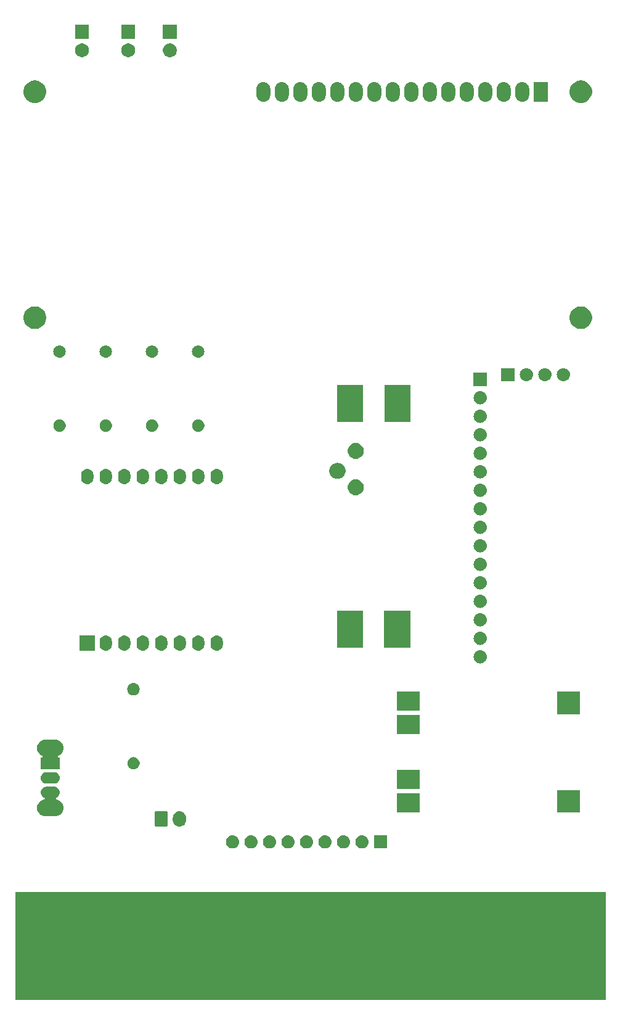
<source format=gbr>
G04 #@! TF.GenerationSoftware,KiCad,Pcbnew,(5.1.2)-1*
G04 #@! TF.CreationDate,2019-11-10T15:37:20+00:00*
G04 #@! TF.ProjectId,Keypad,4b657970-6164-42e6-9b69-6361645f7063,1*
G04 #@! TF.SameCoordinates,Original*
G04 #@! TF.FileFunction,Soldermask,Top*
G04 #@! TF.FilePolarity,Negative*
%FSLAX46Y46*%
G04 Gerber Fmt 4.6, Leading zero omitted, Abs format (unit mm)*
G04 Created by KiCad (PCBNEW (5.1.2)-1) date 2019-11-10 15:37:20*
%MOMM*%
%LPD*%
G04 APERTURE LIST*
%ADD10C,0.100000*%
G04 APERTURE END LIST*
D10*
G36*
X190500000Y-170180000D02*
G01*
X109474000Y-170180000D01*
X109474000Y-155448000D01*
X190500000Y-155448000D01*
X190500000Y-170180000D01*
G37*
X190500000Y-170180000D02*
X109474000Y-170180000D01*
X109474000Y-155448000D01*
X190500000Y-155448000D01*
X190500000Y-170180000D01*
G36*
X152150442Y-147680019D02*
G01*
X152216627Y-147686538D01*
X152386466Y-147738058D01*
X152542991Y-147821723D01*
X152578729Y-147851053D01*
X152680186Y-147934315D01*
X152763448Y-148035772D01*
X152792778Y-148071510D01*
X152876443Y-148228035D01*
X152927963Y-148397874D01*
X152945359Y-148574501D01*
X152927963Y-148751128D01*
X152876443Y-148920967D01*
X152792778Y-149077492D01*
X152763448Y-149113230D01*
X152680186Y-149214687D01*
X152578729Y-149297949D01*
X152542991Y-149327279D01*
X152386466Y-149410944D01*
X152216627Y-149462464D01*
X152150443Y-149468982D01*
X152084260Y-149475501D01*
X151995740Y-149475501D01*
X151929557Y-149468982D01*
X151863373Y-149462464D01*
X151693534Y-149410944D01*
X151537009Y-149327279D01*
X151501271Y-149297949D01*
X151399814Y-149214687D01*
X151316552Y-149113230D01*
X151287222Y-149077492D01*
X151203557Y-148920967D01*
X151152037Y-148751128D01*
X151134641Y-148574501D01*
X151152037Y-148397874D01*
X151203557Y-148228035D01*
X151287222Y-148071510D01*
X151316552Y-148035772D01*
X151399814Y-147934315D01*
X151501271Y-147851053D01*
X151537009Y-147821723D01*
X151693534Y-147738058D01*
X151863373Y-147686538D01*
X151929558Y-147680019D01*
X151995740Y-147673501D01*
X152084260Y-147673501D01*
X152150442Y-147680019D01*
X152150442Y-147680019D01*
G37*
G36*
X154690442Y-147680019D02*
G01*
X154756627Y-147686538D01*
X154926466Y-147738058D01*
X155082991Y-147821723D01*
X155118729Y-147851053D01*
X155220186Y-147934315D01*
X155303448Y-148035772D01*
X155332778Y-148071510D01*
X155416443Y-148228035D01*
X155467963Y-148397874D01*
X155485359Y-148574501D01*
X155467963Y-148751128D01*
X155416443Y-148920967D01*
X155332778Y-149077492D01*
X155303448Y-149113230D01*
X155220186Y-149214687D01*
X155118729Y-149297949D01*
X155082991Y-149327279D01*
X154926466Y-149410944D01*
X154756627Y-149462464D01*
X154690443Y-149468982D01*
X154624260Y-149475501D01*
X154535740Y-149475501D01*
X154469557Y-149468982D01*
X154403373Y-149462464D01*
X154233534Y-149410944D01*
X154077009Y-149327279D01*
X154041271Y-149297949D01*
X153939814Y-149214687D01*
X153856552Y-149113230D01*
X153827222Y-149077492D01*
X153743557Y-148920967D01*
X153692037Y-148751128D01*
X153674641Y-148574501D01*
X153692037Y-148397874D01*
X153743557Y-148228035D01*
X153827222Y-148071510D01*
X153856552Y-148035772D01*
X153939814Y-147934315D01*
X154041271Y-147851053D01*
X154077009Y-147821723D01*
X154233534Y-147738058D01*
X154403373Y-147686538D01*
X154469558Y-147680019D01*
X154535740Y-147673501D01*
X154624260Y-147673501D01*
X154690442Y-147680019D01*
X154690442Y-147680019D01*
G37*
G36*
X160561000Y-149475501D02*
G01*
X158759000Y-149475501D01*
X158759000Y-147673501D01*
X160561000Y-147673501D01*
X160561000Y-149475501D01*
X160561000Y-149475501D01*
G37*
G36*
X149610442Y-147680019D02*
G01*
X149676627Y-147686538D01*
X149846466Y-147738058D01*
X150002991Y-147821723D01*
X150038729Y-147851053D01*
X150140186Y-147934315D01*
X150223448Y-148035772D01*
X150252778Y-148071510D01*
X150336443Y-148228035D01*
X150387963Y-148397874D01*
X150405359Y-148574501D01*
X150387963Y-148751128D01*
X150336443Y-148920967D01*
X150252778Y-149077492D01*
X150223448Y-149113230D01*
X150140186Y-149214687D01*
X150038729Y-149297949D01*
X150002991Y-149327279D01*
X149846466Y-149410944D01*
X149676627Y-149462464D01*
X149610443Y-149468982D01*
X149544260Y-149475501D01*
X149455740Y-149475501D01*
X149389557Y-149468982D01*
X149323373Y-149462464D01*
X149153534Y-149410944D01*
X148997009Y-149327279D01*
X148961271Y-149297949D01*
X148859814Y-149214687D01*
X148776552Y-149113230D01*
X148747222Y-149077492D01*
X148663557Y-148920967D01*
X148612037Y-148751128D01*
X148594641Y-148574501D01*
X148612037Y-148397874D01*
X148663557Y-148228035D01*
X148747222Y-148071510D01*
X148776552Y-148035772D01*
X148859814Y-147934315D01*
X148961271Y-147851053D01*
X148997009Y-147821723D01*
X149153534Y-147738058D01*
X149323373Y-147686538D01*
X149389558Y-147680019D01*
X149455740Y-147673501D01*
X149544260Y-147673501D01*
X149610442Y-147680019D01*
X149610442Y-147680019D01*
G37*
G36*
X147070442Y-147680019D02*
G01*
X147136627Y-147686538D01*
X147306466Y-147738058D01*
X147462991Y-147821723D01*
X147498729Y-147851053D01*
X147600186Y-147934315D01*
X147683448Y-148035772D01*
X147712778Y-148071510D01*
X147796443Y-148228035D01*
X147847963Y-148397874D01*
X147865359Y-148574501D01*
X147847963Y-148751128D01*
X147796443Y-148920967D01*
X147712778Y-149077492D01*
X147683448Y-149113230D01*
X147600186Y-149214687D01*
X147498729Y-149297949D01*
X147462991Y-149327279D01*
X147306466Y-149410944D01*
X147136627Y-149462464D01*
X147070443Y-149468982D01*
X147004260Y-149475501D01*
X146915740Y-149475501D01*
X146849557Y-149468982D01*
X146783373Y-149462464D01*
X146613534Y-149410944D01*
X146457009Y-149327279D01*
X146421271Y-149297949D01*
X146319814Y-149214687D01*
X146236552Y-149113230D01*
X146207222Y-149077492D01*
X146123557Y-148920967D01*
X146072037Y-148751128D01*
X146054641Y-148574501D01*
X146072037Y-148397874D01*
X146123557Y-148228035D01*
X146207222Y-148071510D01*
X146236552Y-148035772D01*
X146319814Y-147934315D01*
X146421271Y-147851053D01*
X146457009Y-147821723D01*
X146613534Y-147738058D01*
X146783373Y-147686538D01*
X146849558Y-147680019D01*
X146915740Y-147673501D01*
X147004260Y-147673501D01*
X147070442Y-147680019D01*
X147070442Y-147680019D01*
G37*
G36*
X144530442Y-147680019D02*
G01*
X144596627Y-147686538D01*
X144766466Y-147738058D01*
X144922991Y-147821723D01*
X144958729Y-147851053D01*
X145060186Y-147934315D01*
X145143448Y-148035772D01*
X145172778Y-148071510D01*
X145256443Y-148228035D01*
X145307963Y-148397874D01*
X145325359Y-148574501D01*
X145307963Y-148751128D01*
X145256443Y-148920967D01*
X145172778Y-149077492D01*
X145143448Y-149113230D01*
X145060186Y-149214687D01*
X144958729Y-149297949D01*
X144922991Y-149327279D01*
X144766466Y-149410944D01*
X144596627Y-149462464D01*
X144530443Y-149468982D01*
X144464260Y-149475501D01*
X144375740Y-149475501D01*
X144309557Y-149468982D01*
X144243373Y-149462464D01*
X144073534Y-149410944D01*
X143917009Y-149327279D01*
X143881271Y-149297949D01*
X143779814Y-149214687D01*
X143696552Y-149113230D01*
X143667222Y-149077492D01*
X143583557Y-148920967D01*
X143532037Y-148751128D01*
X143514641Y-148574501D01*
X143532037Y-148397874D01*
X143583557Y-148228035D01*
X143667222Y-148071510D01*
X143696552Y-148035772D01*
X143779814Y-147934315D01*
X143881271Y-147851053D01*
X143917009Y-147821723D01*
X144073534Y-147738058D01*
X144243373Y-147686538D01*
X144309558Y-147680019D01*
X144375740Y-147673501D01*
X144464260Y-147673501D01*
X144530442Y-147680019D01*
X144530442Y-147680019D01*
G37*
G36*
X141990442Y-147680019D02*
G01*
X142056627Y-147686538D01*
X142226466Y-147738058D01*
X142382991Y-147821723D01*
X142418729Y-147851053D01*
X142520186Y-147934315D01*
X142603448Y-148035772D01*
X142632778Y-148071510D01*
X142716443Y-148228035D01*
X142767963Y-148397874D01*
X142785359Y-148574501D01*
X142767963Y-148751128D01*
X142716443Y-148920967D01*
X142632778Y-149077492D01*
X142603448Y-149113230D01*
X142520186Y-149214687D01*
X142418729Y-149297949D01*
X142382991Y-149327279D01*
X142226466Y-149410944D01*
X142056627Y-149462464D01*
X141990443Y-149468982D01*
X141924260Y-149475501D01*
X141835740Y-149475501D01*
X141769557Y-149468982D01*
X141703373Y-149462464D01*
X141533534Y-149410944D01*
X141377009Y-149327279D01*
X141341271Y-149297949D01*
X141239814Y-149214687D01*
X141156552Y-149113230D01*
X141127222Y-149077492D01*
X141043557Y-148920967D01*
X140992037Y-148751128D01*
X140974641Y-148574501D01*
X140992037Y-148397874D01*
X141043557Y-148228035D01*
X141127222Y-148071510D01*
X141156552Y-148035772D01*
X141239814Y-147934315D01*
X141341271Y-147851053D01*
X141377009Y-147821723D01*
X141533534Y-147738058D01*
X141703373Y-147686538D01*
X141769558Y-147680019D01*
X141835740Y-147673501D01*
X141924260Y-147673501D01*
X141990442Y-147680019D01*
X141990442Y-147680019D01*
G37*
G36*
X139450442Y-147680019D02*
G01*
X139516627Y-147686538D01*
X139686466Y-147738058D01*
X139842991Y-147821723D01*
X139878729Y-147851053D01*
X139980186Y-147934315D01*
X140063448Y-148035772D01*
X140092778Y-148071510D01*
X140176443Y-148228035D01*
X140227963Y-148397874D01*
X140245359Y-148574501D01*
X140227963Y-148751128D01*
X140176443Y-148920967D01*
X140092778Y-149077492D01*
X140063448Y-149113230D01*
X139980186Y-149214687D01*
X139878729Y-149297949D01*
X139842991Y-149327279D01*
X139686466Y-149410944D01*
X139516627Y-149462464D01*
X139450443Y-149468982D01*
X139384260Y-149475501D01*
X139295740Y-149475501D01*
X139229557Y-149468982D01*
X139163373Y-149462464D01*
X138993534Y-149410944D01*
X138837009Y-149327279D01*
X138801271Y-149297949D01*
X138699814Y-149214687D01*
X138616552Y-149113230D01*
X138587222Y-149077492D01*
X138503557Y-148920967D01*
X138452037Y-148751128D01*
X138434641Y-148574501D01*
X138452037Y-148397874D01*
X138503557Y-148228035D01*
X138587222Y-148071510D01*
X138616552Y-148035772D01*
X138699814Y-147934315D01*
X138801271Y-147851053D01*
X138837009Y-147821723D01*
X138993534Y-147738058D01*
X139163373Y-147686538D01*
X139229558Y-147680019D01*
X139295740Y-147673501D01*
X139384260Y-147673501D01*
X139450442Y-147680019D01*
X139450442Y-147680019D01*
G37*
G36*
X157230442Y-147680019D02*
G01*
X157296627Y-147686538D01*
X157466466Y-147738058D01*
X157622991Y-147821723D01*
X157658729Y-147851053D01*
X157760186Y-147934315D01*
X157843448Y-148035772D01*
X157872778Y-148071510D01*
X157956443Y-148228035D01*
X158007963Y-148397874D01*
X158025359Y-148574501D01*
X158007963Y-148751128D01*
X157956443Y-148920967D01*
X157872778Y-149077492D01*
X157843448Y-149113230D01*
X157760186Y-149214687D01*
X157658729Y-149297949D01*
X157622991Y-149327279D01*
X157466466Y-149410944D01*
X157296627Y-149462464D01*
X157230443Y-149468982D01*
X157164260Y-149475501D01*
X157075740Y-149475501D01*
X157009557Y-149468982D01*
X156943373Y-149462464D01*
X156773534Y-149410944D01*
X156617009Y-149327279D01*
X156581271Y-149297949D01*
X156479814Y-149214687D01*
X156396552Y-149113230D01*
X156367222Y-149077492D01*
X156283557Y-148920967D01*
X156232037Y-148751128D01*
X156214641Y-148574501D01*
X156232037Y-148397874D01*
X156283557Y-148228035D01*
X156367222Y-148071510D01*
X156396552Y-148035772D01*
X156479814Y-147934315D01*
X156581271Y-147851053D01*
X156617009Y-147821723D01*
X156773534Y-147738058D01*
X156943373Y-147686538D01*
X157009558Y-147680019D01*
X157075740Y-147673501D01*
X157164260Y-147673501D01*
X157230442Y-147680019D01*
X157230442Y-147680019D01*
G37*
G36*
X132216626Y-144377037D02*
G01*
X132386465Y-144428557D01*
X132386467Y-144428558D01*
X132542989Y-144512221D01*
X132680186Y-144624814D01*
X132752408Y-144712818D01*
X132792778Y-144762009D01*
X132876443Y-144918534D01*
X132927963Y-145088373D01*
X132941000Y-145220742D01*
X132941000Y-145609257D01*
X132927963Y-145741626D01*
X132876443Y-145911466D01*
X132792778Y-146067991D01*
X132763448Y-146103729D01*
X132680186Y-146205186D01*
X132585250Y-146283097D01*
X132542991Y-146317778D01*
X132386466Y-146401443D01*
X132216627Y-146452963D01*
X132040000Y-146470359D01*
X131863374Y-146452963D01*
X131693535Y-146401443D01*
X131537010Y-146317778D01*
X131399815Y-146205185D01*
X131287222Y-146067991D01*
X131203557Y-145911466D01*
X131152037Y-145741627D01*
X131139000Y-145609258D01*
X131139000Y-145220743D01*
X131152037Y-145088374D01*
X131203557Y-144918535D01*
X131287222Y-144762010D01*
X131287223Y-144762009D01*
X131399814Y-144624814D01*
X131506141Y-144537555D01*
X131537009Y-144512222D01*
X131693534Y-144428557D01*
X131863373Y-144377037D01*
X132040000Y-144359641D01*
X132216626Y-144377037D01*
X132216626Y-144377037D01*
G37*
G36*
X130298600Y-144367989D02*
G01*
X130331652Y-144378015D01*
X130362103Y-144394292D01*
X130388799Y-144416201D01*
X130410708Y-144442897D01*
X130426985Y-144473348D01*
X130437011Y-144506400D01*
X130441000Y-144546903D01*
X130441000Y-146283097D01*
X130437011Y-146323600D01*
X130426985Y-146356652D01*
X130410708Y-146387103D01*
X130388799Y-146413799D01*
X130362103Y-146435708D01*
X130331652Y-146451985D01*
X130298600Y-146462011D01*
X130258097Y-146466000D01*
X128821903Y-146466000D01*
X128781400Y-146462011D01*
X128748348Y-146451985D01*
X128717897Y-146435708D01*
X128691201Y-146413799D01*
X128669292Y-146387103D01*
X128653015Y-146356652D01*
X128642989Y-146323600D01*
X128639000Y-146283097D01*
X128639000Y-144546903D01*
X128642989Y-144506400D01*
X128653015Y-144473348D01*
X128669292Y-144442897D01*
X128691201Y-144416201D01*
X128717897Y-144394292D01*
X128748348Y-144378015D01*
X128781400Y-144367989D01*
X128821903Y-144364000D01*
X130258097Y-144364000D01*
X130298600Y-144367989D01*
X130298600Y-144367989D01*
G37*
G36*
X114878571Y-140997863D02*
G01*
X114957023Y-141005590D01*
X115057682Y-141036125D01*
X115108013Y-141051392D01*
X115247165Y-141125771D01*
X115369133Y-141225867D01*
X115469229Y-141347835D01*
X115543608Y-141486987D01*
X115543608Y-141486988D01*
X115589410Y-141637977D01*
X115604875Y-141795000D01*
X115589410Y-141952023D01*
X115558875Y-142052682D01*
X115543608Y-142103013D01*
X115469229Y-142242165D01*
X115369133Y-142364133D01*
X115247165Y-142464229D01*
X115131161Y-142526235D01*
X115110787Y-142539849D01*
X115093460Y-142557176D01*
X115079846Y-142577550D01*
X115070469Y-142600189D01*
X115065689Y-142624223D01*
X115065689Y-142648727D01*
X115070470Y-142672760D01*
X115079847Y-142695399D01*
X115093461Y-142715773D01*
X115110788Y-142733100D01*
X115131162Y-142746714D01*
X115153801Y-142756091D01*
X115173516Y-142760012D01*
X115175631Y-142760654D01*
X115175635Y-142760654D01*
X115392600Y-142826470D01*
X115392602Y-142826471D01*
X115592555Y-142933347D01*
X115767818Y-143077182D01*
X115911653Y-143252445D01*
X116018529Y-143452398D01*
X116084346Y-143669366D01*
X116106569Y-143895000D01*
X116084346Y-144120634D01*
X116018529Y-144337602D01*
X115911653Y-144537555D01*
X115767818Y-144712818D01*
X115592555Y-144856653D01*
X115392602Y-144963529D01*
X115392600Y-144963530D01*
X115175635Y-145029346D01*
X115119271Y-145034897D01*
X115006545Y-145046000D01*
X113593455Y-145046000D01*
X113480729Y-145034897D01*
X113424365Y-145029346D01*
X113207400Y-144963530D01*
X113207398Y-144963529D01*
X113007445Y-144856653D01*
X112832182Y-144712818D01*
X112688347Y-144537555D01*
X112581471Y-144337602D01*
X112515654Y-144120634D01*
X112493431Y-143895000D01*
X112515654Y-143669366D01*
X112581471Y-143452398D01*
X112688347Y-143252445D01*
X112832182Y-143077182D01*
X113007445Y-142933347D01*
X113207398Y-142826471D01*
X113207400Y-142826470D01*
X113424365Y-142760654D01*
X113424369Y-142760654D01*
X113426484Y-142760012D01*
X113446197Y-142756091D01*
X113468836Y-142746715D01*
X113489210Y-142733101D01*
X113506538Y-142715775D01*
X113520152Y-142695401D01*
X113529530Y-142672762D01*
X113534311Y-142648729D01*
X113534311Y-142624225D01*
X113529531Y-142600191D01*
X113520155Y-142577552D01*
X113506541Y-142557178D01*
X113489215Y-142539850D01*
X113468839Y-142526235D01*
X113352835Y-142464229D01*
X113230867Y-142364133D01*
X113130771Y-142242165D01*
X113056392Y-142103013D01*
X113041125Y-142052682D01*
X113010590Y-141952023D01*
X112995125Y-141795000D01*
X113010590Y-141637977D01*
X113056392Y-141486988D01*
X113056392Y-141486987D01*
X113130771Y-141347835D01*
X113230867Y-141225867D01*
X113352835Y-141125771D01*
X113491987Y-141051392D01*
X113542318Y-141036125D01*
X113642977Y-141005590D01*
X113721429Y-140997863D01*
X113760654Y-140994000D01*
X114839346Y-140994000D01*
X114878571Y-140997863D01*
X114878571Y-140997863D01*
G37*
G36*
X187051000Y-144551000D02*
G01*
X183949000Y-144551000D01*
X183949000Y-141449000D01*
X187051000Y-141449000D01*
X187051000Y-144551000D01*
X187051000Y-144551000D01*
G37*
G36*
X165051000Y-144551000D02*
G01*
X161949000Y-144551000D01*
X161949000Y-141949000D01*
X165051000Y-141949000D01*
X165051000Y-144551000D01*
X165051000Y-144551000D01*
G37*
G36*
X165051000Y-141301000D02*
G01*
X161949000Y-141301000D01*
X161949000Y-138699000D01*
X165051000Y-138699000D01*
X165051000Y-141301000D01*
X165051000Y-141301000D01*
G37*
G36*
X114878571Y-138997863D02*
G01*
X114957023Y-139005590D01*
X115057682Y-139036125D01*
X115108013Y-139051392D01*
X115247165Y-139125771D01*
X115369133Y-139225867D01*
X115469229Y-139347835D01*
X115543608Y-139486987D01*
X115543608Y-139486988D01*
X115589410Y-139637977D01*
X115604875Y-139795000D01*
X115589410Y-139952023D01*
X115558875Y-140052682D01*
X115543608Y-140103013D01*
X115469229Y-140242165D01*
X115369133Y-140364133D01*
X115247165Y-140464229D01*
X115108013Y-140538608D01*
X115057682Y-140553875D01*
X114957023Y-140584410D01*
X114878571Y-140592137D01*
X114839346Y-140596000D01*
X113760654Y-140596000D01*
X113721429Y-140592137D01*
X113642977Y-140584410D01*
X113542318Y-140553875D01*
X113491987Y-140538608D01*
X113352835Y-140464229D01*
X113230867Y-140364133D01*
X113130771Y-140242165D01*
X113056392Y-140103013D01*
X113041125Y-140052682D01*
X113010590Y-139952023D01*
X112995125Y-139795000D01*
X113010590Y-139637977D01*
X113056392Y-139486988D01*
X113056392Y-139486987D01*
X113130771Y-139347835D01*
X113230867Y-139225867D01*
X113352835Y-139125771D01*
X113491987Y-139051392D01*
X113542318Y-139036125D01*
X113642977Y-139005590D01*
X113721429Y-138997863D01*
X113760654Y-138994000D01*
X114839346Y-138994000D01*
X114878571Y-138997863D01*
X114878571Y-138997863D01*
G37*
G36*
X125978228Y-136976703D02*
G01*
X126133100Y-137040853D01*
X126272481Y-137133985D01*
X126391015Y-137252519D01*
X126484147Y-137391900D01*
X126548297Y-137546772D01*
X126581000Y-137711184D01*
X126581000Y-137878816D01*
X126548297Y-138043228D01*
X126484147Y-138198100D01*
X126391015Y-138337481D01*
X126272481Y-138456015D01*
X126133100Y-138549147D01*
X125978228Y-138613297D01*
X125813816Y-138646000D01*
X125646184Y-138646000D01*
X125481772Y-138613297D01*
X125326900Y-138549147D01*
X125187519Y-138456015D01*
X125068985Y-138337481D01*
X124975853Y-138198100D01*
X124911703Y-138043228D01*
X124879000Y-137878816D01*
X124879000Y-137711184D01*
X124911703Y-137546772D01*
X124975853Y-137391900D01*
X125068985Y-137252519D01*
X125187519Y-137133985D01*
X125326900Y-137040853D01*
X125481772Y-136976703D01*
X125646184Y-136944000D01*
X125813816Y-136944000D01*
X125978228Y-136976703D01*
X125978228Y-136976703D01*
G37*
G36*
X115119271Y-134555103D02*
G01*
X115175635Y-134560654D01*
X115392600Y-134626470D01*
X115392602Y-134626471D01*
X115592555Y-134733347D01*
X115767818Y-134877182D01*
X115911653Y-135052445D01*
X116018529Y-135252398D01*
X116084346Y-135469366D01*
X116106569Y-135695000D01*
X116084346Y-135920634D01*
X116018529Y-136137602D01*
X115911653Y-136337555D01*
X115767818Y-136512818D01*
X115592555Y-136656653D01*
X115401521Y-136758762D01*
X115381147Y-136772375D01*
X115363820Y-136789702D01*
X115350206Y-136810077D01*
X115340828Y-136832715D01*
X115336048Y-136856749D01*
X115336048Y-136881253D01*
X115340828Y-136905286D01*
X115350206Y-136927925D01*
X115363819Y-136948299D01*
X115381146Y-136965626D01*
X115401521Y-136979240D01*
X115424159Y-136988618D01*
X115448193Y-136993398D01*
X115460445Y-136994000D01*
X115601000Y-136994000D01*
X115601000Y-138596000D01*
X112999000Y-138596000D01*
X112999000Y-136994000D01*
X113139555Y-136994000D01*
X113163941Y-136991598D01*
X113187390Y-136984485D01*
X113209001Y-136972934D01*
X113227943Y-136957389D01*
X113243488Y-136938447D01*
X113255039Y-136916836D01*
X113262152Y-136893387D01*
X113264554Y-136869001D01*
X113262152Y-136844615D01*
X113255039Y-136821166D01*
X113243488Y-136799555D01*
X113227943Y-136780613D01*
X113209001Y-136765068D01*
X113198479Y-136758762D01*
X113007445Y-136656653D01*
X112832182Y-136512818D01*
X112688347Y-136337555D01*
X112581471Y-136137602D01*
X112515654Y-135920634D01*
X112493431Y-135695000D01*
X112515654Y-135469366D01*
X112581471Y-135252398D01*
X112688347Y-135052445D01*
X112832182Y-134877182D01*
X113007445Y-134733347D01*
X113207398Y-134626471D01*
X113207400Y-134626470D01*
X113424365Y-134560654D01*
X113480729Y-134555103D01*
X113593455Y-134544000D01*
X115006545Y-134544000D01*
X115119271Y-134555103D01*
X115119271Y-134555103D01*
G37*
G36*
X165051000Y-133801000D02*
G01*
X161949000Y-133801000D01*
X161949000Y-131199000D01*
X165051000Y-131199000D01*
X165051000Y-133801000D01*
X165051000Y-133801000D01*
G37*
G36*
X187051000Y-131051000D02*
G01*
X183949000Y-131051000D01*
X183949000Y-127949000D01*
X187051000Y-127949000D01*
X187051000Y-131051000D01*
X187051000Y-131051000D01*
G37*
G36*
X165051000Y-130551000D02*
G01*
X161949000Y-130551000D01*
X161949000Y-127949000D01*
X165051000Y-127949000D01*
X165051000Y-130551000D01*
X165051000Y-130551000D01*
G37*
G36*
X125896823Y-126796313D02*
G01*
X126057242Y-126844976D01*
X126189906Y-126915886D01*
X126205078Y-126923996D01*
X126334659Y-127030341D01*
X126441004Y-127159922D01*
X126441005Y-127159924D01*
X126520024Y-127307758D01*
X126568687Y-127468177D01*
X126585117Y-127635000D01*
X126568687Y-127801823D01*
X126520024Y-127962242D01*
X126449114Y-128094906D01*
X126441004Y-128110078D01*
X126334659Y-128239659D01*
X126205078Y-128346004D01*
X126205076Y-128346005D01*
X126057242Y-128425024D01*
X125896823Y-128473687D01*
X125771804Y-128486000D01*
X125688196Y-128486000D01*
X125563177Y-128473687D01*
X125402758Y-128425024D01*
X125254924Y-128346005D01*
X125254922Y-128346004D01*
X125125341Y-128239659D01*
X125018996Y-128110078D01*
X125010886Y-128094906D01*
X124939976Y-127962242D01*
X124891313Y-127801823D01*
X124874883Y-127635000D01*
X124891313Y-127468177D01*
X124939976Y-127307758D01*
X125018995Y-127159924D01*
X125018996Y-127159922D01*
X125125341Y-127030341D01*
X125254922Y-126923996D01*
X125270094Y-126915886D01*
X125402758Y-126844976D01*
X125563177Y-126796313D01*
X125688196Y-126784000D01*
X125771804Y-126784000D01*
X125896823Y-126796313D01*
X125896823Y-126796313D01*
G37*
G36*
X173465443Y-122295519D02*
G01*
X173531627Y-122302037D01*
X173701466Y-122353557D01*
X173857991Y-122437222D01*
X173893729Y-122466552D01*
X173995186Y-122549814D01*
X174078448Y-122651271D01*
X174107778Y-122687009D01*
X174191443Y-122843534D01*
X174242963Y-123013373D01*
X174260359Y-123190000D01*
X174242963Y-123366627D01*
X174191443Y-123536466D01*
X174107778Y-123692991D01*
X174078448Y-123728729D01*
X173995186Y-123830186D01*
X173893729Y-123913448D01*
X173857991Y-123942778D01*
X173701466Y-124026443D01*
X173531627Y-124077963D01*
X173465442Y-124084482D01*
X173399260Y-124091000D01*
X173310740Y-124091000D01*
X173244558Y-124084482D01*
X173178373Y-124077963D01*
X173008534Y-124026443D01*
X172852009Y-123942778D01*
X172816271Y-123913448D01*
X172714814Y-123830186D01*
X172631552Y-123728729D01*
X172602222Y-123692991D01*
X172518557Y-123536466D01*
X172467037Y-123366627D01*
X172449641Y-123190000D01*
X172467037Y-123013373D01*
X172518557Y-122843534D01*
X172602222Y-122687009D01*
X172631552Y-122651271D01*
X172714814Y-122549814D01*
X172816271Y-122466552D01*
X172852009Y-122437222D01*
X173008534Y-122353557D01*
X173178373Y-122302037D01*
X173244557Y-122295519D01*
X173310740Y-122289000D01*
X173399260Y-122289000D01*
X173465443Y-122295519D01*
X173465443Y-122295519D01*
G37*
G36*
X132246822Y-120246313D02*
G01*
X132407241Y-120294976D01*
X132555077Y-120373995D01*
X132676171Y-120473375D01*
X132684659Y-120480341D01*
X132791004Y-120609922D01*
X132791005Y-120609924D01*
X132870024Y-120757758D01*
X132918687Y-120918177D01*
X132931000Y-121043196D01*
X132931000Y-121526803D01*
X132918687Y-121651822D01*
X132870024Y-121812242D01*
X132799114Y-121944906D01*
X132791004Y-121960078D01*
X132684659Y-122089659D01*
X132555078Y-122196004D01*
X132555076Y-122196005D01*
X132407242Y-122275024D01*
X132246823Y-122323687D01*
X132080000Y-122340117D01*
X131913178Y-122323687D01*
X131752759Y-122275024D01*
X131604925Y-122196005D01*
X131604923Y-122196004D01*
X131475342Y-122089659D01*
X131368996Y-121960078D01*
X131360886Y-121944906D01*
X131289976Y-121812242D01*
X131241313Y-121651823D01*
X131229000Y-121526804D01*
X131229000Y-121043197D01*
X131241313Y-120918178D01*
X131289976Y-120757759D01*
X131368995Y-120609923D01*
X131475341Y-120480341D01*
X131483829Y-120473375D01*
X131604922Y-120373996D01*
X131620094Y-120365886D01*
X131752758Y-120294976D01*
X131913177Y-120246313D01*
X132080000Y-120229883D01*
X132246822Y-120246313D01*
X132246822Y-120246313D01*
G37*
G36*
X134786822Y-120246313D02*
G01*
X134947241Y-120294976D01*
X135095077Y-120373995D01*
X135216171Y-120473375D01*
X135224659Y-120480341D01*
X135331004Y-120609922D01*
X135331005Y-120609924D01*
X135410024Y-120757758D01*
X135458687Y-120918177D01*
X135471000Y-121043196D01*
X135471000Y-121526803D01*
X135458687Y-121651822D01*
X135410024Y-121812242D01*
X135339114Y-121944906D01*
X135331004Y-121960078D01*
X135224659Y-122089659D01*
X135095078Y-122196004D01*
X135095076Y-122196005D01*
X134947242Y-122275024D01*
X134786823Y-122323687D01*
X134620000Y-122340117D01*
X134453178Y-122323687D01*
X134292759Y-122275024D01*
X134144925Y-122196005D01*
X134144923Y-122196004D01*
X134015342Y-122089659D01*
X133908996Y-121960078D01*
X133900886Y-121944906D01*
X133829976Y-121812242D01*
X133781313Y-121651823D01*
X133769000Y-121526804D01*
X133769000Y-121043197D01*
X133781313Y-120918178D01*
X133829976Y-120757759D01*
X133908995Y-120609923D01*
X134015341Y-120480341D01*
X134023829Y-120473375D01*
X134144922Y-120373996D01*
X134160094Y-120365886D01*
X134292758Y-120294976D01*
X134453177Y-120246313D01*
X134620000Y-120229883D01*
X134786822Y-120246313D01*
X134786822Y-120246313D01*
G37*
G36*
X122086822Y-120246313D02*
G01*
X122247241Y-120294976D01*
X122395077Y-120373995D01*
X122516171Y-120473375D01*
X122524659Y-120480341D01*
X122631004Y-120609922D01*
X122631005Y-120609924D01*
X122710024Y-120757758D01*
X122758687Y-120918177D01*
X122771000Y-121043196D01*
X122771000Y-121526803D01*
X122758687Y-121651822D01*
X122710024Y-121812242D01*
X122639114Y-121944906D01*
X122631004Y-121960078D01*
X122524659Y-122089659D01*
X122395078Y-122196004D01*
X122395076Y-122196005D01*
X122247242Y-122275024D01*
X122086823Y-122323687D01*
X121920000Y-122340117D01*
X121753178Y-122323687D01*
X121592759Y-122275024D01*
X121444925Y-122196005D01*
X121444923Y-122196004D01*
X121315342Y-122089659D01*
X121208996Y-121960078D01*
X121200886Y-121944906D01*
X121129976Y-121812242D01*
X121081313Y-121651823D01*
X121069000Y-121526804D01*
X121069000Y-121043197D01*
X121081313Y-120918178D01*
X121129976Y-120757759D01*
X121208995Y-120609923D01*
X121315341Y-120480341D01*
X121323829Y-120473375D01*
X121444922Y-120373996D01*
X121460094Y-120365886D01*
X121592758Y-120294976D01*
X121753177Y-120246313D01*
X121920000Y-120229883D01*
X122086822Y-120246313D01*
X122086822Y-120246313D01*
G37*
G36*
X124626822Y-120246313D02*
G01*
X124787241Y-120294976D01*
X124935077Y-120373995D01*
X125056171Y-120473375D01*
X125064659Y-120480341D01*
X125171004Y-120609922D01*
X125171005Y-120609924D01*
X125250024Y-120757758D01*
X125298687Y-120918177D01*
X125311000Y-121043196D01*
X125311000Y-121526803D01*
X125298687Y-121651822D01*
X125250024Y-121812242D01*
X125179114Y-121944906D01*
X125171004Y-121960078D01*
X125064659Y-122089659D01*
X124935078Y-122196004D01*
X124935076Y-122196005D01*
X124787242Y-122275024D01*
X124626823Y-122323687D01*
X124460000Y-122340117D01*
X124293178Y-122323687D01*
X124132759Y-122275024D01*
X123984925Y-122196005D01*
X123984923Y-122196004D01*
X123855342Y-122089659D01*
X123748996Y-121960078D01*
X123740886Y-121944906D01*
X123669976Y-121812242D01*
X123621313Y-121651823D01*
X123609000Y-121526804D01*
X123609000Y-121043197D01*
X123621313Y-120918178D01*
X123669976Y-120757759D01*
X123748995Y-120609923D01*
X123855341Y-120480341D01*
X123863829Y-120473375D01*
X123984922Y-120373996D01*
X124000094Y-120365886D01*
X124132758Y-120294976D01*
X124293177Y-120246313D01*
X124460000Y-120229883D01*
X124626822Y-120246313D01*
X124626822Y-120246313D01*
G37*
G36*
X129706822Y-120246313D02*
G01*
X129867241Y-120294976D01*
X130015077Y-120373995D01*
X130136171Y-120473375D01*
X130144659Y-120480341D01*
X130251004Y-120609922D01*
X130251005Y-120609924D01*
X130330024Y-120757758D01*
X130378687Y-120918177D01*
X130391000Y-121043196D01*
X130391000Y-121526803D01*
X130378687Y-121651822D01*
X130330024Y-121812242D01*
X130259114Y-121944906D01*
X130251004Y-121960078D01*
X130144659Y-122089659D01*
X130015078Y-122196004D01*
X130015076Y-122196005D01*
X129867242Y-122275024D01*
X129706823Y-122323687D01*
X129540000Y-122340117D01*
X129373178Y-122323687D01*
X129212759Y-122275024D01*
X129064925Y-122196005D01*
X129064923Y-122196004D01*
X128935342Y-122089659D01*
X128828996Y-121960078D01*
X128820886Y-121944906D01*
X128749976Y-121812242D01*
X128701313Y-121651823D01*
X128689000Y-121526804D01*
X128689000Y-121043197D01*
X128701313Y-120918178D01*
X128749976Y-120757759D01*
X128828995Y-120609923D01*
X128935341Y-120480341D01*
X128943829Y-120473375D01*
X129064922Y-120373996D01*
X129080094Y-120365886D01*
X129212758Y-120294976D01*
X129373177Y-120246313D01*
X129540000Y-120229883D01*
X129706822Y-120246313D01*
X129706822Y-120246313D01*
G37*
G36*
X137326822Y-120246313D02*
G01*
X137487241Y-120294976D01*
X137635077Y-120373995D01*
X137756171Y-120473375D01*
X137764659Y-120480341D01*
X137871004Y-120609922D01*
X137871005Y-120609924D01*
X137950024Y-120757758D01*
X137998687Y-120918177D01*
X138011000Y-121043196D01*
X138011000Y-121526803D01*
X137998687Y-121651822D01*
X137950024Y-121812242D01*
X137879114Y-121944906D01*
X137871004Y-121960078D01*
X137764659Y-122089659D01*
X137635078Y-122196004D01*
X137635076Y-122196005D01*
X137487242Y-122275024D01*
X137326823Y-122323687D01*
X137160000Y-122340117D01*
X136993178Y-122323687D01*
X136832759Y-122275024D01*
X136684925Y-122196005D01*
X136684923Y-122196004D01*
X136555342Y-122089659D01*
X136448996Y-121960078D01*
X136440886Y-121944906D01*
X136369976Y-121812242D01*
X136321313Y-121651823D01*
X136309000Y-121526804D01*
X136309000Y-121043197D01*
X136321313Y-120918178D01*
X136369976Y-120757759D01*
X136448995Y-120609923D01*
X136555341Y-120480341D01*
X136563829Y-120473375D01*
X136684922Y-120373996D01*
X136700094Y-120365886D01*
X136832758Y-120294976D01*
X136993177Y-120246313D01*
X137160000Y-120229883D01*
X137326822Y-120246313D01*
X137326822Y-120246313D01*
G37*
G36*
X127166822Y-120246313D02*
G01*
X127327241Y-120294976D01*
X127475077Y-120373995D01*
X127596171Y-120473375D01*
X127604659Y-120480341D01*
X127711004Y-120609922D01*
X127711005Y-120609924D01*
X127790024Y-120757758D01*
X127838687Y-120918177D01*
X127851000Y-121043196D01*
X127851000Y-121526803D01*
X127838687Y-121651822D01*
X127790024Y-121812242D01*
X127719114Y-121944906D01*
X127711004Y-121960078D01*
X127604659Y-122089659D01*
X127475078Y-122196004D01*
X127475076Y-122196005D01*
X127327242Y-122275024D01*
X127166823Y-122323687D01*
X127000000Y-122340117D01*
X126833178Y-122323687D01*
X126672759Y-122275024D01*
X126524925Y-122196005D01*
X126524923Y-122196004D01*
X126395342Y-122089659D01*
X126288996Y-121960078D01*
X126280886Y-121944906D01*
X126209976Y-121812242D01*
X126161313Y-121651823D01*
X126149000Y-121526804D01*
X126149000Y-121043197D01*
X126161313Y-120918178D01*
X126209976Y-120757759D01*
X126288995Y-120609923D01*
X126395341Y-120480341D01*
X126403829Y-120473375D01*
X126524922Y-120373996D01*
X126540094Y-120365886D01*
X126672758Y-120294976D01*
X126833177Y-120246313D01*
X127000000Y-120229883D01*
X127166822Y-120246313D01*
X127166822Y-120246313D01*
G37*
G36*
X120431000Y-122336000D02*
G01*
X118329000Y-122336000D01*
X118329000Y-120234000D01*
X120431000Y-120234000D01*
X120431000Y-122336000D01*
X120431000Y-122336000D01*
G37*
G36*
X157301000Y-121961000D02*
G01*
X153699000Y-121961000D01*
X153699000Y-116859000D01*
X157301000Y-116859000D01*
X157301000Y-121961000D01*
X157301000Y-121961000D01*
G37*
G36*
X163751000Y-121961000D02*
G01*
X160149000Y-121961000D01*
X160149000Y-116859000D01*
X163751000Y-116859000D01*
X163751000Y-121961000D01*
X163751000Y-121961000D01*
G37*
G36*
X173465442Y-119755518D02*
G01*
X173531627Y-119762037D01*
X173701466Y-119813557D01*
X173857991Y-119897222D01*
X173893729Y-119926552D01*
X173995186Y-120009814D01*
X174078448Y-120111271D01*
X174107778Y-120147009D01*
X174191443Y-120303534D01*
X174242963Y-120473373D01*
X174260359Y-120650000D01*
X174242963Y-120826627D01*
X174191443Y-120996466D01*
X174107778Y-121152991D01*
X174078448Y-121188729D01*
X173995186Y-121290186D01*
X173893729Y-121373448D01*
X173857991Y-121402778D01*
X173701466Y-121486443D01*
X173531627Y-121537963D01*
X173465443Y-121544481D01*
X173399260Y-121551000D01*
X173310740Y-121551000D01*
X173244557Y-121544481D01*
X173178373Y-121537963D01*
X173008534Y-121486443D01*
X172852009Y-121402778D01*
X172816271Y-121373448D01*
X172714814Y-121290186D01*
X172631552Y-121188729D01*
X172602222Y-121152991D01*
X172518557Y-120996466D01*
X172467037Y-120826627D01*
X172449641Y-120650000D01*
X172467037Y-120473373D01*
X172518557Y-120303534D01*
X172602222Y-120147009D01*
X172631552Y-120111271D01*
X172714814Y-120009814D01*
X172816271Y-119926552D01*
X172852009Y-119897222D01*
X173008534Y-119813557D01*
X173178373Y-119762037D01*
X173244558Y-119755518D01*
X173310740Y-119749000D01*
X173399260Y-119749000D01*
X173465442Y-119755518D01*
X173465442Y-119755518D01*
G37*
G36*
X173465443Y-117215519D02*
G01*
X173531627Y-117222037D01*
X173701466Y-117273557D01*
X173857991Y-117357222D01*
X173893729Y-117386552D01*
X173995186Y-117469814D01*
X174078448Y-117571271D01*
X174107778Y-117607009D01*
X174191443Y-117763534D01*
X174242963Y-117933373D01*
X174260359Y-118110000D01*
X174242963Y-118286627D01*
X174191443Y-118456466D01*
X174107778Y-118612991D01*
X174078448Y-118648729D01*
X173995186Y-118750186D01*
X173893729Y-118833448D01*
X173857991Y-118862778D01*
X173701466Y-118946443D01*
X173531627Y-118997963D01*
X173465443Y-119004481D01*
X173399260Y-119011000D01*
X173310740Y-119011000D01*
X173244557Y-119004481D01*
X173178373Y-118997963D01*
X173008534Y-118946443D01*
X172852009Y-118862778D01*
X172816271Y-118833448D01*
X172714814Y-118750186D01*
X172631552Y-118648729D01*
X172602222Y-118612991D01*
X172518557Y-118456466D01*
X172467037Y-118286627D01*
X172449641Y-118110000D01*
X172467037Y-117933373D01*
X172518557Y-117763534D01*
X172602222Y-117607009D01*
X172631552Y-117571271D01*
X172714814Y-117469814D01*
X172816271Y-117386552D01*
X172852009Y-117357222D01*
X173008534Y-117273557D01*
X173178373Y-117222037D01*
X173244557Y-117215519D01*
X173310740Y-117209000D01*
X173399260Y-117209000D01*
X173465443Y-117215519D01*
X173465443Y-117215519D01*
G37*
G36*
X173465443Y-114675519D02*
G01*
X173531627Y-114682037D01*
X173701466Y-114733557D01*
X173857991Y-114817222D01*
X173893729Y-114846552D01*
X173995186Y-114929814D01*
X174078448Y-115031271D01*
X174107778Y-115067009D01*
X174191443Y-115223534D01*
X174242963Y-115393373D01*
X174260359Y-115570000D01*
X174242963Y-115746627D01*
X174191443Y-115916466D01*
X174107778Y-116072991D01*
X174078448Y-116108729D01*
X173995186Y-116210186D01*
X173893729Y-116293448D01*
X173857991Y-116322778D01*
X173701466Y-116406443D01*
X173531627Y-116457963D01*
X173465442Y-116464482D01*
X173399260Y-116471000D01*
X173310740Y-116471000D01*
X173244558Y-116464482D01*
X173178373Y-116457963D01*
X173008534Y-116406443D01*
X172852009Y-116322778D01*
X172816271Y-116293448D01*
X172714814Y-116210186D01*
X172631552Y-116108729D01*
X172602222Y-116072991D01*
X172518557Y-115916466D01*
X172467037Y-115746627D01*
X172449641Y-115570000D01*
X172467037Y-115393373D01*
X172518557Y-115223534D01*
X172602222Y-115067009D01*
X172631552Y-115031271D01*
X172714814Y-114929814D01*
X172816271Y-114846552D01*
X172852009Y-114817222D01*
X173008534Y-114733557D01*
X173178373Y-114682037D01*
X173244557Y-114675519D01*
X173310740Y-114669000D01*
X173399260Y-114669000D01*
X173465443Y-114675519D01*
X173465443Y-114675519D01*
G37*
G36*
X173465443Y-112135519D02*
G01*
X173531627Y-112142037D01*
X173701466Y-112193557D01*
X173857991Y-112277222D01*
X173893729Y-112306552D01*
X173995186Y-112389814D01*
X174078448Y-112491271D01*
X174107778Y-112527009D01*
X174191443Y-112683534D01*
X174242963Y-112853373D01*
X174260359Y-113030000D01*
X174242963Y-113206627D01*
X174191443Y-113376466D01*
X174107778Y-113532991D01*
X174078448Y-113568729D01*
X173995186Y-113670186D01*
X173893729Y-113753448D01*
X173857991Y-113782778D01*
X173701466Y-113866443D01*
X173531627Y-113917963D01*
X173465443Y-113924481D01*
X173399260Y-113931000D01*
X173310740Y-113931000D01*
X173244557Y-113924481D01*
X173178373Y-113917963D01*
X173008534Y-113866443D01*
X172852009Y-113782778D01*
X172816271Y-113753448D01*
X172714814Y-113670186D01*
X172631552Y-113568729D01*
X172602222Y-113532991D01*
X172518557Y-113376466D01*
X172467037Y-113206627D01*
X172449641Y-113030000D01*
X172467037Y-112853373D01*
X172518557Y-112683534D01*
X172602222Y-112527009D01*
X172631552Y-112491271D01*
X172714814Y-112389814D01*
X172816271Y-112306552D01*
X172852009Y-112277222D01*
X173008534Y-112193557D01*
X173178373Y-112142037D01*
X173244557Y-112135519D01*
X173310740Y-112129000D01*
X173399260Y-112129000D01*
X173465443Y-112135519D01*
X173465443Y-112135519D01*
G37*
G36*
X173465442Y-109595518D02*
G01*
X173531627Y-109602037D01*
X173701466Y-109653557D01*
X173857991Y-109737222D01*
X173893729Y-109766552D01*
X173995186Y-109849814D01*
X174078448Y-109951271D01*
X174107778Y-109987009D01*
X174191443Y-110143534D01*
X174242963Y-110313373D01*
X174260359Y-110490000D01*
X174242963Y-110666627D01*
X174191443Y-110836466D01*
X174107778Y-110992991D01*
X174078448Y-111028729D01*
X173995186Y-111130186D01*
X173893729Y-111213448D01*
X173857991Y-111242778D01*
X173701466Y-111326443D01*
X173531627Y-111377963D01*
X173465443Y-111384481D01*
X173399260Y-111391000D01*
X173310740Y-111391000D01*
X173244557Y-111384481D01*
X173178373Y-111377963D01*
X173008534Y-111326443D01*
X172852009Y-111242778D01*
X172816271Y-111213448D01*
X172714814Y-111130186D01*
X172631552Y-111028729D01*
X172602222Y-110992991D01*
X172518557Y-110836466D01*
X172467037Y-110666627D01*
X172449641Y-110490000D01*
X172467037Y-110313373D01*
X172518557Y-110143534D01*
X172602222Y-109987009D01*
X172631552Y-109951271D01*
X172714814Y-109849814D01*
X172816271Y-109766552D01*
X172852009Y-109737222D01*
X173008534Y-109653557D01*
X173178373Y-109602037D01*
X173244558Y-109595518D01*
X173310740Y-109589000D01*
X173399260Y-109589000D01*
X173465442Y-109595518D01*
X173465442Y-109595518D01*
G37*
G36*
X173465442Y-107055518D02*
G01*
X173531627Y-107062037D01*
X173701466Y-107113557D01*
X173857991Y-107197222D01*
X173893729Y-107226552D01*
X173995186Y-107309814D01*
X174078448Y-107411271D01*
X174107778Y-107447009D01*
X174191443Y-107603534D01*
X174242963Y-107773373D01*
X174260359Y-107950000D01*
X174242963Y-108126627D01*
X174191443Y-108296466D01*
X174107778Y-108452991D01*
X174078448Y-108488729D01*
X173995186Y-108590186D01*
X173893729Y-108673448D01*
X173857991Y-108702778D01*
X173701466Y-108786443D01*
X173531627Y-108837963D01*
X173465442Y-108844482D01*
X173399260Y-108851000D01*
X173310740Y-108851000D01*
X173244558Y-108844482D01*
X173178373Y-108837963D01*
X173008534Y-108786443D01*
X172852009Y-108702778D01*
X172816271Y-108673448D01*
X172714814Y-108590186D01*
X172631552Y-108488729D01*
X172602222Y-108452991D01*
X172518557Y-108296466D01*
X172467037Y-108126627D01*
X172449641Y-107950000D01*
X172467037Y-107773373D01*
X172518557Y-107603534D01*
X172602222Y-107447009D01*
X172631552Y-107411271D01*
X172714814Y-107309814D01*
X172816271Y-107226552D01*
X172852009Y-107197222D01*
X173008534Y-107113557D01*
X173178373Y-107062037D01*
X173244558Y-107055518D01*
X173310740Y-107049000D01*
X173399260Y-107049000D01*
X173465442Y-107055518D01*
X173465442Y-107055518D01*
G37*
G36*
X173465443Y-104515519D02*
G01*
X173531627Y-104522037D01*
X173701466Y-104573557D01*
X173857991Y-104657222D01*
X173893729Y-104686552D01*
X173995186Y-104769814D01*
X174078448Y-104871271D01*
X174107778Y-104907009D01*
X174191443Y-105063534D01*
X174242963Y-105233373D01*
X174260359Y-105410000D01*
X174242963Y-105586627D01*
X174191443Y-105756466D01*
X174107778Y-105912991D01*
X174078448Y-105948729D01*
X173995186Y-106050186D01*
X173893729Y-106133448D01*
X173857991Y-106162778D01*
X173701466Y-106246443D01*
X173531627Y-106297963D01*
X173465442Y-106304482D01*
X173399260Y-106311000D01*
X173310740Y-106311000D01*
X173244558Y-106304482D01*
X173178373Y-106297963D01*
X173008534Y-106246443D01*
X172852009Y-106162778D01*
X172816271Y-106133448D01*
X172714814Y-106050186D01*
X172631552Y-105948729D01*
X172602222Y-105912991D01*
X172518557Y-105756466D01*
X172467037Y-105586627D01*
X172449641Y-105410000D01*
X172467037Y-105233373D01*
X172518557Y-105063534D01*
X172602222Y-104907009D01*
X172631552Y-104871271D01*
X172714814Y-104769814D01*
X172816271Y-104686552D01*
X172852009Y-104657222D01*
X173008534Y-104573557D01*
X173178373Y-104522037D01*
X173244557Y-104515519D01*
X173310740Y-104509000D01*
X173399260Y-104509000D01*
X173465443Y-104515519D01*
X173465443Y-104515519D01*
G37*
G36*
X173465442Y-101975518D02*
G01*
X173531627Y-101982037D01*
X173701466Y-102033557D01*
X173857991Y-102117222D01*
X173893729Y-102146552D01*
X173995186Y-102229814D01*
X174078448Y-102331271D01*
X174107778Y-102367009D01*
X174191443Y-102523534D01*
X174242963Y-102693373D01*
X174260359Y-102870000D01*
X174242963Y-103046627D01*
X174191443Y-103216466D01*
X174107778Y-103372991D01*
X174078448Y-103408729D01*
X173995186Y-103510186D01*
X173893729Y-103593448D01*
X173857991Y-103622778D01*
X173701466Y-103706443D01*
X173531627Y-103757963D01*
X173465443Y-103764481D01*
X173399260Y-103771000D01*
X173310740Y-103771000D01*
X173244557Y-103764481D01*
X173178373Y-103757963D01*
X173008534Y-103706443D01*
X172852009Y-103622778D01*
X172816271Y-103593448D01*
X172714814Y-103510186D01*
X172631552Y-103408729D01*
X172602222Y-103372991D01*
X172518557Y-103216466D01*
X172467037Y-103046627D01*
X172449641Y-102870000D01*
X172467037Y-102693373D01*
X172518557Y-102523534D01*
X172602222Y-102367009D01*
X172631552Y-102331271D01*
X172714814Y-102229814D01*
X172816271Y-102146552D01*
X172852009Y-102117222D01*
X173008534Y-102033557D01*
X173178373Y-101982037D01*
X173244558Y-101975518D01*
X173310740Y-101969000D01*
X173399260Y-101969000D01*
X173465442Y-101975518D01*
X173465442Y-101975518D01*
G37*
G36*
X173465443Y-99435519D02*
G01*
X173531627Y-99442037D01*
X173701466Y-99493557D01*
X173857991Y-99577222D01*
X173893729Y-99606552D01*
X173995186Y-99689814D01*
X174078448Y-99791271D01*
X174107778Y-99827009D01*
X174191443Y-99983534D01*
X174242963Y-100153373D01*
X174260359Y-100330000D01*
X174242963Y-100506627D01*
X174191443Y-100676466D01*
X174107778Y-100832991D01*
X174078448Y-100868729D01*
X173995186Y-100970186D01*
X173893729Y-101053448D01*
X173857991Y-101082778D01*
X173701466Y-101166443D01*
X173531627Y-101217963D01*
X173465443Y-101224481D01*
X173399260Y-101231000D01*
X173310740Y-101231000D01*
X173244558Y-101224482D01*
X173178373Y-101217963D01*
X173008534Y-101166443D01*
X172852009Y-101082778D01*
X172816271Y-101053448D01*
X172714814Y-100970186D01*
X172631552Y-100868729D01*
X172602222Y-100832991D01*
X172518557Y-100676466D01*
X172467037Y-100506627D01*
X172449641Y-100330000D01*
X172467037Y-100153373D01*
X172518557Y-99983534D01*
X172602222Y-99827009D01*
X172631552Y-99791271D01*
X172714814Y-99689814D01*
X172816271Y-99606552D01*
X172852009Y-99577222D01*
X173008534Y-99493557D01*
X173178373Y-99442037D01*
X173244558Y-99435518D01*
X173310740Y-99429000D01*
X173399260Y-99429000D01*
X173465443Y-99435519D01*
X173465443Y-99435519D01*
G37*
G36*
X156464794Y-98830155D02*
G01*
X156571150Y-98851311D01*
X156671334Y-98892809D01*
X156771520Y-98934307D01*
X156951844Y-99054795D01*
X157105205Y-99208156D01*
X157225693Y-99388480D01*
X157308689Y-99588851D01*
X157351000Y-99801560D01*
X157351000Y-100018440D01*
X157308689Y-100231149D01*
X157225693Y-100431520D01*
X157105205Y-100611844D01*
X156951844Y-100765205D01*
X156771520Y-100885693D01*
X156571150Y-100968689D01*
X156464794Y-100989845D01*
X156358440Y-101011000D01*
X156141560Y-101011000D01*
X156035206Y-100989845D01*
X155928850Y-100968689D01*
X155728480Y-100885693D01*
X155548156Y-100765205D01*
X155394795Y-100611844D01*
X155274307Y-100431520D01*
X155191311Y-100231149D01*
X155149000Y-100018440D01*
X155149000Y-99801560D01*
X155191311Y-99588851D01*
X155274307Y-99388480D01*
X155394795Y-99208156D01*
X155548156Y-99054795D01*
X155728480Y-98934307D01*
X155828666Y-98892809D01*
X155928850Y-98851311D01*
X156035206Y-98830155D01*
X156141560Y-98809000D01*
X156358440Y-98809000D01*
X156464794Y-98830155D01*
X156464794Y-98830155D01*
G37*
G36*
X137326822Y-97386313D02*
G01*
X137487241Y-97434976D01*
X137635077Y-97513995D01*
X137756171Y-97613375D01*
X137764659Y-97620341D01*
X137871004Y-97749922D01*
X137871005Y-97749924D01*
X137950024Y-97897758D01*
X137998687Y-98058177D01*
X138011000Y-98183196D01*
X138011000Y-98666803D01*
X137998687Y-98791822D01*
X137950024Y-98952242D01*
X137879114Y-99084906D01*
X137871004Y-99100078D01*
X137764659Y-99229659D01*
X137635078Y-99336004D01*
X137635076Y-99336005D01*
X137487242Y-99415024D01*
X137326823Y-99463687D01*
X137160000Y-99480117D01*
X136993178Y-99463687D01*
X136832759Y-99415024D01*
X136684925Y-99336005D01*
X136684923Y-99336004D01*
X136555342Y-99229659D01*
X136448996Y-99100078D01*
X136440886Y-99084906D01*
X136369976Y-98952242D01*
X136321313Y-98791823D01*
X136309000Y-98666804D01*
X136309000Y-98183197D01*
X136321313Y-98058178D01*
X136369976Y-97897759D01*
X136448995Y-97749923D01*
X136555341Y-97620341D01*
X136563829Y-97613375D01*
X136684922Y-97513996D01*
X136700094Y-97505886D01*
X136832758Y-97434976D01*
X136993177Y-97386313D01*
X137160000Y-97369883D01*
X137326822Y-97386313D01*
X137326822Y-97386313D01*
G37*
G36*
X134786822Y-97386313D02*
G01*
X134947241Y-97434976D01*
X135095077Y-97513995D01*
X135216171Y-97613375D01*
X135224659Y-97620341D01*
X135331004Y-97749922D01*
X135331005Y-97749924D01*
X135410024Y-97897758D01*
X135458687Y-98058177D01*
X135471000Y-98183196D01*
X135471000Y-98666803D01*
X135458687Y-98791822D01*
X135410024Y-98952242D01*
X135339114Y-99084906D01*
X135331004Y-99100078D01*
X135224659Y-99229659D01*
X135095078Y-99336004D01*
X135095076Y-99336005D01*
X134947242Y-99415024D01*
X134786823Y-99463687D01*
X134620000Y-99480117D01*
X134453178Y-99463687D01*
X134292759Y-99415024D01*
X134144925Y-99336005D01*
X134144923Y-99336004D01*
X134015342Y-99229659D01*
X133908996Y-99100078D01*
X133900886Y-99084906D01*
X133829976Y-98952242D01*
X133781313Y-98791823D01*
X133769000Y-98666804D01*
X133769000Y-98183197D01*
X133781313Y-98058178D01*
X133829976Y-97897759D01*
X133908995Y-97749923D01*
X134015341Y-97620341D01*
X134023829Y-97613375D01*
X134144922Y-97513996D01*
X134160094Y-97505886D01*
X134292758Y-97434976D01*
X134453177Y-97386313D01*
X134620000Y-97369883D01*
X134786822Y-97386313D01*
X134786822Y-97386313D01*
G37*
G36*
X132246822Y-97386313D02*
G01*
X132407241Y-97434976D01*
X132555077Y-97513995D01*
X132676171Y-97613375D01*
X132684659Y-97620341D01*
X132791004Y-97749922D01*
X132791005Y-97749924D01*
X132870024Y-97897758D01*
X132918687Y-98058177D01*
X132931000Y-98183196D01*
X132931000Y-98666803D01*
X132918687Y-98791822D01*
X132870024Y-98952242D01*
X132799114Y-99084906D01*
X132791004Y-99100078D01*
X132684659Y-99229659D01*
X132555078Y-99336004D01*
X132555076Y-99336005D01*
X132407242Y-99415024D01*
X132246823Y-99463687D01*
X132080000Y-99480117D01*
X131913178Y-99463687D01*
X131752759Y-99415024D01*
X131604925Y-99336005D01*
X131604923Y-99336004D01*
X131475342Y-99229659D01*
X131368996Y-99100078D01*
X131360886Y-99084906D01*
X131289976Y-98952242D01*
X131241313Y-98791823D01*
X131229000Y-98666804D01*
X131229000Y-98183197D01*
X131241313Y-98058178D01*
X131289976Y-97897759D01*
X131368995Y-97749923D01*
X131475341Y-97620341D01*
X131483829Y-97613375D01*
X131604922Y-97513996D01*
X131620094Y-97505886D01*
X131752758Y-97434976D01*
X131913177Y-97386313D01*
X132080000Y-97369883D01*
X132246822Y-97386313D01*
X132246822Y-97386313D01*
G37*
G36*
X129706822Y-97386313D02*
G01*
X129867241Y-97434976D01*
X130015077Y-97513995D01*
X130136171Y-97613375D01*
X130144659Y-97620341D01*
X130251004Y-97749922D01*
X130251005Y-97749924D01*
X130330024Y-97897758D01*
X130378687Y-98058177D01*
X130391000Y-98183196D01*
X130391000Y-98666803D01*
X130378687Y-98791822D01*
X130330024Y-98952242D01*
X130259114Y-99084906D01*
X130251004Y-99100078D01*
X130144659Y-99229659D01*
X130015078Y-99336004D01*
X130015076Y-99336005D01*
X129867242Y-99415024D01*
X129706823Y-99463687D01*
X129540000Y-99480117D01*
X129373178Y-99463687D01*
X129212759Y-99415024D01*
X129064925Y-99336005D01*
X129064923Y-99336004D01*
X128935342Y-99229659D01*
X128828996Y-99100078D01*
X128820886Y-99084906D01*
X128749976Y-98952242D01*
X128701313Y-98791823D01*
X128689000Y-98666804D01*
X128689000Y-98183197D01*
X128701313Y-98058178D01*
X128749976Y-97897759D01*
X128828995Y-97749923D01*
X128935341Y-97620341D01*
X128943829Y-97613375D01*
X129064922Y-97513996D01*
X129080094Y-97505886D01*
X129212758Y-97434976D01*
X129373177Y-97386313D01*
X129540000Y-97369883D01*
X129706822Y-97386313D01*
X129706822Y-97386313D01*
G37*
G36*
X119546822Y-97386313D02*
G01*
X119707241Y-97434976D01*
X119855077Y-97513995D01*
X119976171Y-97613375D01*
X119984659Y-97620341D01*
X120091004Y-97749922D01*
X120091005Y-97749924D01*
X120170024Y-97897758D01*
X120218687Y-98058177D01*
X120231000Y-98183196D01*
X120231000Y-98666803D01*
X120218687Y-98791822D01*
X120170024Y-98952242D01*
X120099114Y-99084906D01*
X120091004Y-99100078D01*
X119984659Y-99229659D01*
X119855078Y-99336004D01*
X119855076Y-99336005D01*
X119707242Y-99415024D01*
X119546823Y-99463687D01*
X119380000Y-99480117D01*
X119213178Y-99463687D01*
X119052759Y-99415024D01*
X118904925Y-99336005D01*
X118904923Y-99336004D01*
X118775342Y-99229659D01*
X118668996Y-99100078D01*
X118660886Y-99084906D01*
X118589976Y-98952242D01*
X118541313Y-98791823D01*
X118529000Y-98666804D01*
X118529000Y-98183197D01*
X118541313Y-98058178D01*
X118589976Y-97897759D01*
X118668995Y-97749923D01*
X118775341Y-97620341D01*
X118783829Y-97613375D01*
X118904922Y-97513996D01*
X118920094Y-97505886D01*
X119052758Y-97434976D01*
X119213177Y-97386313D01*
X119380000Y-97369883D01*
X119546822Y-97386313D01*
X119546822Y-97386313D01*
G37*
G36*
X127166822Y-97386313D02*
G01*
X127327241Y-97434976D01*
X127475077Y-97513995D01*
X127596171Y-97613375D01*
X127604659Y-97620341D01*
X127711004Y-97749922D01*
X127711005Y-97749924D01*
X127790024Y-97897758D01*
X127838687Y-98058177D01*
X127851000Y-98183196D01*
X127851000Y-98666803D01*
X127838687Y-98791822D01*
X127790024Y-98952242D01*
X127719114Y-99084906D01*
X127711004Y-99100078D01*
X127604659Y-99229659D01*
X127475078Y-99336004D01*
X127475076Y-99336005D01*
X127327242Y-99415024D01*
X127166823Y-99463687D01*
X127000000Y-99480117D01*
X126833178Y-99463687D01*
X126672759Y-99415024D01*
X126524925Y-99336005D01*
X126524923Y-99336004D01*
X126395342Y-99229659D01*
X126288996Y-99100078D01*
X126280886Y-99084906D01*
X126209976Y-98952242D01*
X126161313Y-98791823D01*
X126149000Y-98666804D01*
X126149000Y-98183197D01*
X126161313Y-98058178D01*
X126209976Y-97897759D01*
X126288995Y-97749923D01*
X126395341Y-97620341D01*
X126403829Y-97613375D01*
X126524922Y-97513996D01*
X126540094Y-97505886D01*
X126672758Y-97434976D01*
X126833177Y-97386313D01*
X127000000Y-97369883D01*
X127166822Y-97386313D01*
X127166822Y-97386313D01*
G37*
G36*
X122086822Y-97386313D02*
G01*
X122247241Y-97434976D01*
X122395077Y-97513995D01*
X122516171Y-97613375D01*
X122524659Y-97620341D01*
X122631004Y-97749922D01*
X122631005Y-97749924D01*
X122710024Y-97897758D01*
X122758687Y-98058177D01*
X122771000Y-98183196D01*
X122771000Y-98666803D01*
X122758687Y-98791822D01*
X122710024Y-98952242D01*
X122639114Y-99084906D01*
X122631004Y-99100078D01*
X122524659Y-99229659D01*
X122395078Y-99336004D01*
X122395076Y-99336005D01*
X122247242Y-99415024D01*
X122086823Y-99463687D01*
X121920000Y-99480117D01*
X121753178Y-99463687D01*
X121592759Y-99415024D01*
X121444925Y-99336005D01*
X121444923Y-99336004D01*
X121315342Y-99229659D01*
X121208996Y-99100078D01*
X121200886Y-99084906D01*
X121129976Y-98952242D01*
X121081313Y-98791823D01*
X121069000Y-98666804D01*
X121069000Y-98183197D01*
X121081313Y-98058178D01*
X121129976Y-97897759D01*
X121208995Y-97749923D01*
X121315341Y-97620341D01*
X121323829Y-97613375D01*
X121444922Y-97513996D01*
X121460094Y-97505886D01*
X121592758Y-97434976D01*
X121753177Y-97386313D01*
X121920000Y-97369883D01*
X122086822Y-97386313D01*
X122086822Y-97386313D01*
G37*
G36*
X124626822Y-97386313D02*
G01*
X124787241Y-97434976D01*
X124935077Y-97513995D01*
X125056171Y-97613375D01*
X125064659Y-97620341D01*
X125171004Y-97749922D01*
X125171005Y-97749924D01*
X125250024Y-97897758D01*
X125298687Y-98058177D01*
X125311000Y-98183196D01*
X125311000Y-98666803D01*
X125298687Y-98791822D01*
X125250024Y-98952242D01*
X125179114Y-99084906D01*
X125171004Y-99100078D01*
X125064659Y-99229659D01*
X124935078Y-99336004D01*
X124935076Y-99336005D01*
X124787242Y-99415024D01*
X124626823Y-99463687D01*
X124460000Y-99480117D01*
X124293178Y-99463687D01*
X124132759Y-99415024D01*
X123984925Y-99336005D01*
X123984923Y-99336004D01*
X123855342Y-99229659D01*
X123748996Y-99100078D01*
X123740886Y-99084906D01*
X123669976Y-98952242D01*
X123621313Y-98791823D01*
X123609000Y-98666804D01*
X123609000Y-98183197D01*
X123621313Y-98058178D01*
X123669976Y-97897759D01*
X123748995Y-97749923D01*
X123855341Y-97620341D01*
X123863829Y-97613375D01*
X123984922Y-97513996D01*
X124000094Y-97505886D01*
X124132758Y-97434976D01*
X124293177Y-97386313D01*
X124460000Y-97369883D01*
X124626822Y-97386313D01*
X124626822Y-97386313D01*
G37*
G36*
X153964795Y-96580156D02*
G01*
X154071150Y-96601311D01*
X154171334Y-96642809D01*
X154271520Y-96684307D01*
X154451844Y-96804795D01*
X154605205Y-96958156D01*
X154725693Y-97138480D01*
X154730388Y-97149815D01*
X154787216Y-97287009D01*
X154808689Y-97338851D01*
X154851000Y-97551560D01*
X154851000Y-97768440D01*
X154808689Y-97981149D01*
X154725693Y-98181520D01*
X154605205Y-98361844D01*
X154451844Y-98515205D01*
X154271520Y-98635693D01*
X154196413Y-98666803D01*
X154071150Y-98718689D01*
X153964794Y-98739845D01*
X153858440Y-98761000D01*
X153641560Y-98761000D01*
X153535205Y-98739844D01*
X153428850Y-98718689D01*
X153303587Y-98666803D01*
X153228480Y-98635693D01*
X153048156Y-98515205D01*
X152894795Y-98361844D01*
X152774307Y-98181520D01*
X152691311Y-97981149D01*
X152649000Y-97768440D01*
X152649000Y-97551560D01*
X152691311Y-97338851D01*
X152712785Y-97287009D01*
X152769612Y-97149815D01*
X152774307Y-97138480D01*
X152894795Y-96958156D01*
X153048156Y-96804795D01*
X153228480Y-96684307D01*
X153428850Y-96601311D01*
X153535205Y-96580156D01*
X153641560Y-96559000D01*
X153858440Y-96559000D01*
X153964795Y-96580156D01*
X153964795Y-96580156D01*
G37*
G36*
X173465442Y-96895518D02*
G01*
X173531627Y-96902037D01*
X173701466Y-96953557D01*
X173857991Y-97037222D01*
X173893729Y-97066552D01*
X173995186Y-97149814D01*
X174078448Y-97251271D01*
X174107778Y-97287009D01*
X174191443Y-97443534D01*
X174242963Y-97613373D01*
X174260359Y-97790000D01*
X174242963Y-97966627D01*
X174215191Y-98058178D01*
X174191442Y-98136468D01*
X174167361Y-98181520D01*
X174107778Y-98292991D01*
X174078448Y-98328729D01*
X173995186Y-98430186D01*
X173893729Y-98513448D01*
X173857991Y-98542778D01*
X173701466Y-98626443D01*
X173531627Y-98677963D01*
X173465442Y-98684482D01*
X173399260Y-98691000D01*
X173310740Y-98691000D01*
X173244558Y-98684482D01*
X173178373Y-98677963D01*
X173008534Y-98626443D01*
X172852009Y-98542778D01*
X172816271Y-98513448D01*
X172714814Y-98430186D01*
X172631552Y-98328729D01*
X172602222Y-98292991D01*
X172542639Y-98181520D01*
X172518558Y-98136468D01*
X172494809Y-98058178D01*
X172467037Y-97966627D01*
X172449641Y-97790000D01*
X172467037Y-97613373D01*
X172518557Y-97443534D01*
X172602222Y-97287009D01*
X172631552Y-97251271D01*
X172714814Y-97149814D01*
X172816271Y-97066552D01*
X172852009Y-97037222D01*
X173008534Y-96953557D01*
X173178373Y-96902037D01*
X173244558Y-96895518D01*
X173310740Y-96889000D01*
X173399260Y-96889000D01*
X173465442Y-96895518D01*
X173465442Y-96895518D01*
G37*
G36*
X173465442Y-94355518D02*
G01*
X173531627Y-94362037D01*
X173701466Y-94413557D01*
X173857991Y-94497222D01*
X173893729Y-94526552D01*
X173995186Y-94609814D01*
X174078448Y-94711271D01*
X174107778Y-94747009D01*
X174191443Y-94903534D01*
X174242963Y-95073373D01*
X174260359Y-95250000D01*
X174242963Y-95426627D01*
X174191443Y-95596466D01*
X174107778Y-95752991D01*
X174097754Y-95765205D01*
X173995186Y-95890186D01*
X173899528Y-95968689D01*
X173857991Y-96002778D01*
X173701466Y-96086443D01*
X173531627Y-96137963D01*
X173465443Y-96144481D01*
X173399260Y-96151000D01*
X173310740Y-96151000D01*
X173244558Y-96144482D01*
X173178373Y-96137963D01*
X173008534Y-96086443D01*
X172852009Y-96002778D01*
X172810472Y-95968689D01*
X172714814Y-95890186D01*
X172612246Y-95765205D01*
X172602222Y-95752991D01*
X172518557Y-95596466D01*
X172467037Y-95426627D01*
X172449641Y-95250000D01*
X172467037Y-95073373D01*
X172518557Y-94903534D01*
X172602222Y-94747009D01*
X172631552Y-94711271D01*
X172714814Y-94609814D01*
X172816271Y-94526552D01*
X172852009Y-94497222D01*
X173008534Y-94413557D01*
X173178373Y-94362037D01*
X173244557Y-94355519D01*
X173310740Y-94349000D01*
X173399260Y-94349000D01*
X173465442Y-94355518D01*
X173465442Y-94355518D01*
G37*
G36*
X156464794Y-93830155D02*
G01*
X156571150Y-93851311D01*
X156671334Y-93892809D01*
X156771520Y-93934307D01*
X156951844Y-94054795D01*
X157105205Y-94208156D01*
X157225693Y-94388480D01*
X157308689Y-94588851D01*
X157351000Y-94801560D01*
X157351000Y-95018440D01*
X157308689Y-95231149D01*
X157225693Y-95431520D01*
X157105205Y-95611844D01*
X156951844Y-95765205D01*
X156771520Y-95885693D01*
X156571150Y-95968689D01*
X156464794Y-95989845D01*
X156358440Y-96011000D01*
X156141560Y-96011000D01*
X156035205Y-95989844D01*
X155928850Y-95968689D01*
X155728480Y-95885693D01*
X155548156Y-95765205D01*
X155394795Y-95611844D01*
X155274307Y-95431520D01*
X155191311Y-95231149D01*
X155149000Y-95018440D01*
X155149000Y-94801560D01*
X155191311Y-94588851D01*
X155274307Y-94388480D01*
X155394795Y-94208156D01*
X155548156Y-94054795D01*
X155728480Y-93934307D01*
X155828666Y-93892809D01*
X155928850Y-93851311D01*
X156035206Y-93830155D01*
X156141560Y-93809000D01*
X156358440Y-93809000D01*
X156464794Y-93830155D01*
X156464794Y-93830155D01*
G37*
G36*
X173465442Y-91815518D02*
G01*
X173531627Y-91822037D01*
X173701466Y-91873557D01*
X173857991Y-91957222D01*
X173888768Y-91982480D01*
X173995186Y-92069814D01*
X174078448Y-92171271D01*
X174107778Y-92207009D01*
X174191443Y-92363534D01*
X174242963Y-92533373D01*
X174260359Y-92710000D01*
X174242963Y-92886627D01*
X174191443Y-93056466D01*
X174107778Y-93212991D01*
X174078448Y-93248729D01*
X173995186Y-93350186D01*
X173893729Y-93433448D01*
X173857991Y-93462778D01*
X173701466Y-93546443D01*
X173531627Y-93597963D01*
X173465442Y-93604482D01*
X173399260Y-93611000D01*
X173310740Y-93611000D01*
X173244557Y-93604481D01*
X173178373Y-93597963D01*
X173008534Y-93546443D01*
X172852009Y-93462778D01*
X172816271Y-93433448D01*
X172714814Y-93350186D01*
X172631552Y-93248729D01*
X172602222Y-93212991D01*
X172518557Y-93056466D01*
X172467037Y-92886627D01*
X172449641Y-92710000D01*
X172467037Y-92533373D01*
X172518557Y-92363534D01*
X172602222Y-92207009D01*
X172631552Y-92171271D01*
X172714814Y-92069814D01*
X172821232Y-91982480D01*
X172852009Y-91957222D01*
X173008534Y-91873557D01*
X173178373Y-91822037D01*
X173244558Y-91815518D01*
X173310740Y-91809000D01*
X173399260Y-91809000D01*
X173465442Y-91815518D01*
X173465442Y-91815518D01*
G37*
G36*
X122168228Y-90621703D02*
G01*
X122323100Y-90685853D01*
X122462481Y-90778985D01*
X122581015Y-90897519D01*
X122674147Y-91036900D01*
X122738297Y-91191772D01*
X122771000Y-91356184D01*
X122771000Y-91523816D01*
X122738297Y-91688228D01*
X122674147Y-91843100D01*
X122581015Y-91982481D01*
X122462481Y-92101015D01*
X122323100Y-92194147D01*
X122168228Y-92258297D01*
X122003816Y-92291000D01*
X121836184Y-92291000D01*
X121671772Y-92258297D01*
X121516900Y-92194147D01*
X121377519Y-92101015D01*
X121258985Y-91982481D01*
X121165853Y-91843100D01*
X121101703Y-91688228D01*
X121069000Y-91523816D01*
X121069000Y-91356184D01*
X121101703Y-91191772D01*
X121165853Y-91036900D01*
X121258985Y-90897519D01*
X121377519Y-90778985D01*
X121516900Y-90685853D01*
X121671772Y-90621703D01*
X121836184Y-90589000D01*
X122003816Y-90589000D01*
X122168228Y-90621703D01*
X122168228Y-90621703D01*
G37*
G36*
X134868228Y-90621703D02*
G01*
X135023100Y-90685853D01*
X135162481Y-90778985D01*
X135281015Y-90897519D01*
X135374147Y-91036900D01*
X135438297Y-91191772D01*
X135471000Y-91356184D01*
X135471000Y-91523816D01*
X135438297Y-91688228D01*
X135374147Y-91843100D01*
X135281015Y-91982481D01*
X135162481Y-92101015D01*
X135023100Y-92194147D01*
X134868228Y-92258297D01*
X134703816Y-92291000D01*
X134536184Y-92291000D01*
X134371772Y-92258297D01*
X134216900Y-92194147D01*
X134077519Y-92101015D01*
X133958985Y-91982481D01*
X133865853Y-91843100D01*
X133801703Y-91688228D01*
X133769000Y-91523816D01*
X133769000Y-91356184D01*
X133801703Y-91191772D01*
X133865853Y-91036900D01*
X133958985Y-90897519D01*
X134077519Y-90778985D01*
X134216900Y-90685853D01*
X134371772Y-90621703D01*
X134536184Y-90589000D01*
X134703816Y-90589000D01*
X134868228Y-90621703D01*
X134868228Y-90621703D01*
G37*
G36*
X115818228Y-90621703D02*
G01*
X115973100Y-90685853D01*
X116112481Y-90778985D01*
X116231015Y-90897519D01*
X116324147Y-91036900D01*
X116388297Y-91191772D01*
X116421000Y-91356184D01*
X116421000Y-91523816D01*
X116388297Y-91688228D01*
X116324147Y-91843100D01*
X116231015Y-91982481D01*
X116112481Y-92101015D01*
X115973100Y-92194147D01*
X115818228Y-92258297D01*
X115653816Y-92291000D01*
X115486184Y-92291000D01*
X115321772Y-92258297D01*
X115166900Y-92194147D01*
X115027519Y-92101015D01*
X114908985Y-91982481D01*
X114815853Y-91843100D01*
X114751703Y-91688228D01*
X114719000Y-91523816D01*
X114719000Y-91356184D01*
X114751703Y-91191772D01*
X114815853Y-91036900D01*
X114908985Y-90897519D01*
X115027519Y-90778985D01*
X115166900Y-90685853D01*
X115321772Y-90621703D01*
X115486184Y-90589000D01*
X115653816Y-90589000D01*
X115818228Y-90621703D01*
X115818228Y-90621703D01*
G37*
G36*
X128518228Y-90621703D02*
G01*
X128673100Y-90685853D01*
X128812481Y-90778985D01*
X128931015Y-90897519D01*
X129024147Y-91036900D01*
X129088297Y-91191772D01*
X129121000Y-91356184D01*
X129121000Y-91523816D01*
X129088297Y-91688228D01*
X129024147Y-91843100D01*
X128931015Y-91982481D01*
X128812481Y-92101015D01*
X128673100Y-92194147D01*
X128518228Y-92258297D01*
X128353816Y-92291000D01*
X128186184Y-92291000D01*
X128021772Y-92258297D01*
X127866900Y-92194147D01*
X127727519Y-92101015D01*
X127608985Y-91982481D01*
X127515853Y-91843100D01*
X127451703Y-91688228D01*
X127419000Y-91523816D01*
X127419000Y-91356184D01*
X127451703Y-91191772D01*
X127515853Y-91036900D01*
X127608985Y-90897519D01*
X127727519Y-90778985D01*
X127866900Y-90685853D01*
X128021772Y-90621703D01*
X128186184Y-90589000D01*
X128353816Y-90589000D01*
X128518228Y-90621703D01*
X128518228Y-90621703D01*
G37*
G36*
X173465443Y-89275519D02*
G01*
X173531627Y-89282037D01*
X173701466Y-89333557D01*
X173857991Y-89417222D01*
X173893729Y-89446552D01*
X173995186Y-89529814D01*
X174078448Y-89631271D01*
X174107778Y-89667009D01*
X174191443Y-89823534D01*
X174242963Y-89993373D01*
X174260359Y-90170000D01*
X174242963Y-90346627D01*
X174191443Y-90516466D01*
X174107778Y-90672991D01*
X174097223Y-90685852D01*
X173995186Y-90810186D01*
X173893729Y-90893448D01*
X173857991Y-90922778D01*
X173701466Y-91006443D01*
X173531627Y-91057963D01*
X173465442Y-91064482D01*
X173399260Y-91071000D01*
X173310740Y-91071000D01*
X173244558Y-91064482D01*
X173178373Y-91057963D01*
X173008534Y-91006443D01*
X172852009Y-90922778D01*
X172816271Y-90893448D01*
X172714814Y-90810186D01*
X172612777Y-90685852D01*
X172602222Y-90672991D01*
X172518557Y-90516466D01*
X172467037Y-90346627D01*
X172449641Y-90170000D01*
X172467037Y-89993373D01*
X172518557Y-89823534D01*
X172602222Y-89667009D01*
X172631552Y-89631271D01*
X172714814Y-89529814D01*
X172816271Y-89446552D01*
X172852009Y-89417222D01*
X173008534Y-89333557D01*
X173178373Y-89282037D01*
X173244557Y-89275519D01*
X173310740Y-89269000D01*
X173399260Y-89269000D01*
X173465443Y-89275519D01*
X173465443Y-89275519D01*
G37*
G36*
X163801000Y-90961000D02*
G01*
X160199000Y-90961000D01*
X160199000Y-85859000D01*
X163801000Y-85859000D01*
X163801000Y-90961000D01*
X163801000Y-90961000D01*
G37*
G36*
X157301000Y-90961000D02*
G01*
X153699000Y-90961000D01*
X153699000Y-85859000D01*
X157301000Y-85859000D01*
X157301000Y-90961000D01*
X157301000Y-90961000D01*
G37*
G36*
X173465442Y-86735518D02*
G01*
X173531627Y-86742037D01*
X173701466Y-86793557D01*
X173857991Y-86877222D01*
X173893729Y-86906552D01*
X173995186Y-86989814D01*
X174078448Y-87091271D01*
X174107778Y-87127009D01*
X174191443Y-87283534D01*
X174242963Y-87453373D01*
X174260359Y-87630000D01*
X174242963Y-87806627D01*
X174191443Y-87976466D01*
X174107778Y-88132991D01*
X174078448Y-88168729D01*
X173995186Y-88270186D01*
X173893729Y-88353448D01*
X173857991Y-88382778D01*
X173701466Y-88466443D01*
X173531627Y-88517963D01*
X173465442Y-88524482D01*
X173399260Y-88531000D01*
X173310740Y-88531000D01*
X173244558Y-88524482D01*
X173178373Y-88517963D01*
X173008534Y-88466443D01*
X172852009Y-88382778D01*
X172816271Y-88353448D01*
X172714814Y-88270186D01*
X172631552Y-88168729D01*
X172602222Y-88132991D01*
X172518557Y-87976466D01*
X172467037Y-87806627D01*
X172449641Y-87630000D01*
X172467037Y-87453373D01*
X172518557Y-87283534D01*
X172602222Y-87127009D01*
X172631552Y-87091271D01*
X172714814Y-86989814D01*
X172816271Y-86906552D01*
X172852009Y-86877222D01*
X173008534Y-86793557D01*
X173178373Y-86742037D01*
X173244558Y-86735518D01*
X173310740Y-86729000D01*
X173399260Y-86729000D01*
X173465442Y-86735518D01*
X173465442Y-86735518D01*
G37*
G36*
X174256000Y-85991000D02*
G01*
X172454000Y-85991000D01*
X172454000Y-84189000D01*
X174256000Y-84189000D01*
X174256000Y-85991000D01*
X174256000Y-85991000D01*
G37*
G36*
X179815443Y-83560519D02*
G01*
X179881627Y-83567037D01*
X180051466Y-83618557D01*
X180207991Y-83702222D01*
X180243729Y-83731552D01*
X180345186Y-83814814D01*
X180428448Y-83916271D01*
X180457778Y-83952009D01*
X180541443Y-84108534D01*
X180592963Y-84278373D01*
X180610359Y-84455000D01*
X180592963Y-84631627D01*
X180541443Y-84801466D01*
X180457778Y-84957991D01*
X180428448Y-84993729D01*
X180345186Y-85095186D01*
X180243729Y-85178448D01*
X180207991Y-85207778D01*
X180051466Y-85291443D01*
X179881627Y-85342963D01*
X179815442Y-85349482D01*
X179749260Y-85356000D01*
X179660740Y-85356000D01*
X179594558Y-85349482D01*
X179528373Y-85342963D01*
X179358534Y-85291443D01*
X179202009Y-85207778D01*
X179166271Y-85178448D01*
X179064814Y-85095186D01*
X178981552Y-84993729D01*
X178952222Y-84957991D01*
X178868557Y-84801466D01*
X178817037Y-84631627D01*
X178799641Y-84455000D01*
X178817037Y-84278373D01*
X178868557Y-84108534D01*
X178952222Y-83952009D01*
X178981552Y-83916271D01*
X179064814Y-83814814D01*
X179166271Y-83731552D01*
X179202009Y-83702222D01*
X179358534Y-83618557D01*
X179528373Y-83567037D01*
X179594557Y-83560519D01*
X179660740Y-83554000D01*
X179749260Y-83554000D01*
X179815443Y-83560519D01*
X179815443Y-83560519D01*
G37*
G36*
X184895443Y-83560519D02*
G01*
X184961627Y-83567037D01*
X185131466Y-83618557D01*
X185287991Y-83702222D01*
X185323729Y-83731552D01*
X185425186Y-83814814D01*
X185508448Y-83916271D01*
X185537778Y-83952009D01*
X185621443Y-84108534D01*
X185672963Y-84278373D01*
X185690359Y-84455000D01*
X185672963Y-84631627D01*
X185621443Y-84801466D01*
X185537778Y-84957991D01*
X185508448Y-84993729D01*
X185425186Y-85095186D01*
X185323729Y-85178448D01*
X185287991Y-85207778D01*
X185131466Y-85291443D01*
X184961627Y-85342963D01*
X184895442Y-85349482D01*
X184829260Y-85356000D01*
X184740740Y-85356000D01*
X184674558Y-85349482D01*
X184608373Y-85342963D01*
X184438534Y-85291443D01*
X184282009Y-85207778D01*
X184246271Y-85178448D01*
X184144814Y-85095186D01*
X184061552Y-84993729D01*
X184032222Y-84957991D01*
X183948557Y-84801466D01*
X183897037Y-84631627D01*
X183879641Y-84455000D01*
X183897037Y-84278373D01*
X183948557Y-84108534D01*
X184032222Y-83952009D01*
X184061552Y-83916271D01*
X184144814Y-83814814D01*
X184246271Y-83731552D01*
X184282009Y-83702222D01*
X184438534Y-83618557D01*
X184608373Y-83567037D01*
X184674557Y-83560519D01*
X184740740Y-83554000D01*
X184829260Y-83554000D01*
X184895443Y-83560519D01*
X184895443Y-83560519D01*
G37*
G36*
X182355443Y-83560519D02*
G01*
X182421627Y-83567037D01*
X182591466Y-83618557D01*
X182747991Y-83702222D01*
X182783729Y-83731552D01*
X182885186Y-83814814D01*
X182968448Y-83916271D01*
X182997778Y-83952009D01*
X183081443Y-84108534D01*
X183132963Y-84278373D01*
X183150359Y-84455000D01*
X183132963Y-84631627D01*
X183081443Y-84801466D01*
X182997778Y-84957991D01*
X182968448Y-84993729D01*
X182885186Y-85095186D01*
X182783729Y-85178448D01*
X182747991Y-85207778D01*
X182591466Y-85291443D01*
X182421627Y-85342963D01*
X182355442Y-85349482D01*
X182289260Y-85356000D01*
X182200740Y-85356000D01*
X182134558Y-85349482D01*
X182068373Y-85342963D01*
X181898534Y-85291443D01*
X181742009Y-85207778D01*
X181706271Y-85178448D01*
X181604814Y-85095186D01*
X181521552Y-84993729D01*
X181492222Y-84957991D01*
X181408557Y-84801466D01*
X181357037Y-84631627D01*
X181339641Y-84455000D01*
X181357037Y-84278373D01*
X181408557Y-84108534D01*
X181492222Y-83952009D01*
X181521552Y-83916271D01*
X181604814Y-83814814D01*
X181706271Y-83731552D01*
X181742009Y-83702222D01*
X181898534Y-83618557D01*
X182068373Y-83567037D01*
X182134557Y-83560519D01*
X182200740Y-83554000D01*
X182289260Y-83554000D01*
X182355443Y-83560519D01*
X182355443Y-83560519D01*
G37*
G36*
X178066000Y-85356000D02*
G01*
X176264000Y-85356000D01*
X176264000Y-83554000D01*
X178066000Y-83554000D01*
X178066000Y-85356000D01*
X178066000Y-85356000D01*
G37*
G36*
X134786823Y-80441313D02*
G01*
X134947242Y-80489976D01*
X135079906Y-80560886D01*
X135095078Y-80568996D01*
X135224659Y-80675341D01*
X135331004Y-80804922D01*
X135331005Y-80804924D01*
X135410024Y-80952758D01*
X135458687Y-81113177D01*
X135475117Y-81280000D01*
X135458687Y-81446823D01*
X135410024Y-81607242D01*
X135339114Y-81739906D01*
X135331004Y-81755078D01*
X135224659Y-81884659D01*
X135095078Y-81991004D01*
X135095076Y-81991005D01*
X134947242Y-82070024D01*
X134786823Y-82118687D01*
X134661804Y-82131000D01*
X134578196Y-82131000D01*
X134453177Y-82118687D01*
X134292758Y-82070024D01*
X134144924Y-81991005D01*
X134144922Y-81991004D01*
X134015341Y-81884659D01*
X133908996Y-81755078D01*
X133900886Y-81739906D01*
X133829976Y-81607242D01*
X133781313Y-81446823D01*
X133764883Y-81280000D01*
X133781313Y-81113177D01*
X133829976Y-80952758D01*
X133908995Y-80804924D01*
X133908996Y-80804922D01*
X134015341Y-80675341D01*
X134144922Y-80568996D01*
X134160094Y-80560886D01*
X134292758Y-80489976D01*
X134453177Y-80441313D01*
X134578196Y-80429000D01*
X134661804Y-80429000D01*
X134786823Y-80441313D01*
X134786823Y-80441313D01*
G37*
G36*
X122086823Y-80441313D02*
G01*
X122247242Y-80489976D01*
X122379906Y-80560886D01*
X122395078Y-80568996D01*
X122524659Y-80675341D01*
X122631004Y-80804922D01*
X122631005Y-80804924D01*
X122710024Y-80952758D01*
X122758687Y-81113177D01*
X122775117Y-81280000D01*
X122758687Y-81446823D01*
X122710024Y-81607242D01*
X122639114Y-81739906D01*
X122631004Y-81755078D01*
X122524659Y-81884659D01*
X122395078Y-81991004D01*
X122395076Y-81991005D01*
X122247242Y-82070024D01*
X122086823Y-82118687D01*
X121961804Y-82131000D01*
X121878196Y-82131000D01*
X121753177Y-82118687D01*
X121592758Y-82070024D01*
X121444924Y-81991005D01*
X121444922Y-81991004D01*
X121315341Y-81884659D01*
X121208996Y-81755078D01*
X121200886Y-81739906D01*
X121129976Y-81607242D01*
X121081313Y-81446823D01*
X121064883Y-81280000D01*
X121081313Y-81113177D01*
X121129976Y-80952758D01*
X121208995Y-80804924D01*
X121208996Y-80804922D01*
X121315341Y-80675341D01*
X121444922Y-80568996D01*
X121460094Y-80560886D01*
X121592758Y-80489976D01*
X121753177Y-80441313D01*
X121878196Y-80429000D01*
X121961804Y-80429000D01*
X122086823Y-80441313D01*
X122086823Y-80441313D01*
G37*
G36*
X115736823Y-80441313D02*
G01*
X115897242Y-80489976D01*
X116029906Y-80560886D01*
X116045078Y-80568996D01*
X116174659Y-80675341D01*
X116281004Y-80804922D01*
X116281005Y-80804924D01*
X116360024Y-80952758D01*
X116408687Y-81113177D01*
X116425117Y-81280000D01*
X116408687Y-81446823D01*
X116360024Y-81607242D01*
X116289114Y-81739906D01*
X116281004Y-81755078D01*
X116174659Y-81884659D01*
X116045078Y-81991004D01*
X116045076Y-81991005D01*
X115897242Y-82070024D01*
X115736823Y-82118687D01*
X115611804Y-82131000D01*
X115528196Y-82131000D01*
X115403177Y-82118687D01*
X115242758Y-82070024D01*
X115094924Y-81991005D01*
X115094922Y-81991004D01*
X114965341Y-81884659D01*
X114858996Y-81755078D01*
X114850886Y-81739906D01*
X114779976Y-81607242D01*
X114731313Y-81446823D01*
X114714883Y-81280000D01*
X114731313Y-81113177D01*
X114779976Y-80952758D01*
X114858995Y-80804924D01*
X114858996Y-80804922D01*
X114965341Y-80675341D01*
X115094922Y-80568996D01*
X115110094Y-80560886D01*
X115242758Y-80489976D01*
X115403177Y-80441313D01*
X115528196Y-80429000D01*
X115611804Y-80429000D01*
X115736823Y-80441313D01*
X115736823Y-80441313D01*
G37*
G36*
X128436823Y-80441313D02*
G01*
X128597242Y-80489976D01*
X128729906Y-80560886D01*
X128745078Y-80568996D01*
X128874659Y-80675341D01*
X128981004Y-80804922D01*
X128981005Y-80804924D01*
X129060024Y-80952758D01*
X129108687Y-81113177D01*
X129125117Y-81280000D01*
X129108687Y-81446823D01*
X129060024Y-81607242D01*
X128989114Y-81739906D01*
X128981004Y-81755078D01*
X128874659Y-81884659D01*
X128745078Y-81991004D01*
X128745076Y-81991005D01*
X128597242Y-82070024D01*
X128436823Y-82118687D01*
X128311804Y-82131000D01*
X128228196Y-82131000D01*
X128103177Y-82118687D01*
X127942758Y-82070024D01*
X127794924Y-81991005D01*
X127794922Y-81991004D01*
X127665341Y-81884659D01*
X127558996Y-81755078D01*
X127550886Y-81739906D01*
X127479976Y-81607242D01*
X127431313Y-81446823D01*
X127414883Y-81280000D01*
X127431313Y-81113177D01*
X127479976Y-80952758D01*
X127558995Y-80804924D01*
X127558996Y-80804922D01*
X127665341Y-80675341D01*
X127794922Y-80568996D01*
X127810094Y-80560886D01*
X127942758Y-80489976D01*
X128103177Y-80441313D01*
X128228196Y-80429000D01*
X128311804Y-80429000D01*
X128436823Y-80441313D01*
X128436823Y-80441313D01*
G37*
G36*
X187472321Y-75108735D02*
G01*
X187622146Y-75138537D01*
X187904410Y-75255454D01*
X188158441Y-75425192D01*
X188374477Y-75641228D01*
X188544215Y-75895259D01*
X188661132Y-76177523D01*
X188720736Y-76477173D01*
X188720736Y-76782693D01*
X188661132Y-77082343D01*
X188544215Y-77364607D01*
X188374477Y-77618638D01*
X188158441Y-77834674D01*
X187904410Y-78004412D01*
X187622146Y-78121329D01*
X187472321Y-78151131D01*
X187322497Y-78180933D01*
X187016975Y-78180933D01*
X186867151Y-78151131D01*
X186717326Y-78121329D01*
X186435062Y-78004412D01*
X186181031Y-77834674D01*
X185964995Y-77618638D01*
X185795257Y-77364607D01*
X185678340Y-77082343D01*
X185618736Y-76782693D01*
X185618736Y-76477173D01*
X185678340Y-76177523D01*
X185795257Y-75895259D01*
X185964995Y-75641228D01*
X186181031Y-75425192D01*
X186435062Y-75255454D01*
X186717326Y-75138537D01*
X186867151Y-75108735D01*
X187016975Y-75078933D01*
X187322497Y-75078933D01*
X187472321Y-75108735D01*
X187472321Y-75108735D01*
G37*
G36*
X112473741Y-75108735D02*
G01*
X112623566Y-75138537D01*
X112905830Y-75255454D01*
X113159861Y-75425192D01*
X113375897Y-75641228D01*
X113545635Y-75895259D01*
X113662552Y-76177523D01*
X113722156Y-76477173D01*
X113722156Y-76782693D01*
X113662552Y-77082343D01*
X113545635Y-77364607D01*
X113375897Y-77618638D01*
X113159861Y-77834674D01*
X112905830Y-78004412D01*
X112623566Y-78121329D01*
X112473741Y-78151131D01*
X112323917Y-78180933D01*
X112018395Y-78180933D01*
X111868571Y-78151131D01*
X111718746Y-78121329D01*
X111436482Y-78004412D01*
X111182451Y-77834674D01*
X110966415Y-77618638D01*
X110796677Y-77364607D01*
X110679760Y-77082343D01*
X110620156Y-76782693D01*
X110620156Y-76477173D01*
X110679760Y-76177523D01*
X110796677Y-75895259D01*
X110966415Y-75641228D01*
X111182451Y-75425192D01*
X111436482Y-75255454D01*
X111718746Y-75138537D01*
X111868571Y-75108735D01*
X112018395Y-75078933D01*
X112323917Y-75078933D01*
X112473741Y-75108735D01*
X112473741Y-75108735D01*
G37*
G36*
X187472321Y-44108035D02*
G01*
X187622146Y-44137837D01*
X187904410Y-44254754D01*
X188158441Y-44424492D01*
X188374477Y-44640528D01*
X188544215Y-44894559D01*
X188661132Y-45176823D01*
X188720736Y-45476473D01*
X188720736Y-45781993D01*
X188661132Y-46081643D01*
X188544215Y-46363907D01*
X188374477Y-46617938D01*
X188158441Y-46833974D01*
X187904410Y-47003712D01*
X187622146Y-47120629D01*
X187472321Y-47150431D01*
X187322497Y-47180233D01*
X187016975Y-47180233D01*
X186867151Y-47150431D01*
X186717326Y-47120629D01*
X186435062Y-47003712D01*
X186181031Y-46833974D01*
X185964995Y-46617938D01*
X185795257Y-46363907D01*
X185678340Y-46081643D01*
X185618736Y-45781993D01*
X185618736Y-45476473D01*
X185678340Y-45176823D01*
X185795257Y-44894559D01*
X185964995Y-44640528D01*
X186181031Y-44424492D01*
X186435062Y-44254754D01*
X186717326Y-44137837D01*
X186867151Y-44108035D01*
X187016975Y-44078233D01*
X187322497Y-44078233D01*
X187472321Y-44108035D01*
X187472321Y-44108035D01*
G37*
G36*
X112473221Y-44108035D02*
G01*
X112623046Y-44137837D01*
X112905310Y-44254754D01*
X113159341Y-44424492D01*
X113375377Y-44640528D01*
X113545115Y-44894559D01*
X113662032Y-45176823D01*
X113721636Y-45476473D01*
X113721636Y-45781993D01*
X113662032Y-46081643D01*
X113545115Y-46363907D01*
X113375377Y-46617938D01*
X113159341Y-46833974D01*
X112905310Y-47003712D01*
X112623046Y-47120629D01*
X112473221Y-47150431D01*
X112323397Y-47180233D01*
X112017875Y-47180233D01*
X111868051Y-47150431D01*
X111718226Y-47120629D01*
X111435962Y-47003712D01*
X111181931Y-46833974D01*
X110965895Y-46617938D01*
X110796157Y-46363907D01*
X110679240Y-46081643D01*
X110619636Y-45781993D01*
X110619636Y-45476473D01*
X110679240Y-45176823D01*
X110796157Y-44894559D01*
X110965895Y-44640528D01*
X111181931Y-44424492D01*
X111435962Y-44254754D01*
X111718226Y-44137837D01*
X111868051Y-44108035D01*
X112017875Y-44078233D01*
X112323397Y-44078233D01*
X112473221Y-44108035D01*
X112473221Y-44108035D01*
G37*
G36*
X161537061Y-44291993D02*
G01*
X161537064Y-44291994D01*
X161537065Y-44291994D01*
X161716329Y-44346373D01*
X161716332Y-44346375D01*
X161716333Y-44346375D01*
X161881539Y-44434679D01*
X162026348Y-44553521D01*
X162145190Y-44698330D01*
X162233495Y-44863538D01*
X162287876Y-45042807D01*
X162301636Y-45182516D01*
X162301636Y-46075951D01*
X162287876Y-46215658D01*
X162287875Y-46215661D01*
X162287875Y-46215662D01*
X162233496Y-46394926D01*
X162233494Y-46394929D01*
X162233494Y-46394930D01*
X162145190Y-46560136D01*
X162026348Y-46704945D01*
X161881539Y-46823787D01*
X161716332Y-46912091D01*
X161716328Y-46912093D01*
X161537064Y-46966472D01*
X161537063Y-46966472D01*
X161537060Y-46966473D01*
X161350636Y-46984834D01*
X161164211Y-46966473D01*
X161164208Y-46966472D01*
X161164207Y-46966472D01*
X160984943Y-46912093D01*
X160984939Y-46912091D01*
X160819733Y-46823787D01*
X160674924Y-46704945D01*
X160556082Y-46560136D01*
X160467778Y-46394929D01*
X160467777Y-46394926D01*
X160467776Y-46394925D01*
X160413397Y-46215661D01*
X160413397Y-46215660D01*
X160413396Y-46215657D01*
X160399636Y-46075950D01*
X160399636Y-45182515D01*
X160413396Y-45042803D01*
X160467776Y-44863541D01*
X160556083Y-44698330D01*
X160674925Y-44553521D01*
X160819734Y-44434679D01*
X160984940Y-44346375D01*
X160984941Y-44346375D01*
X160984944Y-44346373D01*
X161164208Y-44291994D01*
X161164209Y-44291994D01*
X161164212Y-44291993D01*
X161350636Y-44273632D01*
X161537061Y-44291993D01*
X161537061Y-44291993D01*
G37*
G36*
X146297061Y-44291993D02*
G01*
X146297064Y-44291994D01*
X146297065Y-44291994D01*
X146476329Y-44346373D01*
X146476332Y-44346375D01*
X146476333Y-44346375D01*
X146641539Y-44434679D01*
X146786348Y-44553521D01*
X146905190Y-44698330D01*
X146993495Y-44863538D01*
X147047876Y-45042807D01*
X147061636Y-45182516D01*
X147061636Y-46075951D01*
X147047876Y-46215658D01*
X147047875Y-46215661D01*
X147047875Y-46215662D01*
X146993496Y-46394926D01*
X146993494Y-46394929D01*
X146993494Y-46394930D01*
X146905190Y-46560136D01*
X146786348Y-46704945D01*
X146641539Y-46823787D01*
X146476332Y-46912091D01*
X146476328Y-46912093D01*
X146297064Y-46966472D01*
X146297063Y-46966472D01*
X146297060Y-46966473D01*
X146110636Y-46984834D01*
X145924211Y-46966473D01*
X145924208Y-46966472D01*
X145924207Y-46966472D01*
X145744943Y-46912093D01*
X145744939Y-46912091D01*
X145579733Y-46823787D01*
X145434924Y-46704945D01*
X145316082Y-46560136D01*
X145227778Y-46394929D01*
X145227777Y-46394926D01*
X145227776Y-46394925D01*
X145173397Y-46215661D01*
X145173397Y-46215660D01*
X145173396Y-46215657D01*
X145159636Y-46075950D01*
X145159636Y-45182515D01*
X145173396Y-45042803D01*
X145227776Y-44863541D01*
X145316083Y-44698330D01*
X145434925Y-44553521D01*
X145579734Y-44434679D01*
X145744940Y-44346375D01*
X145744941Y-44346375D01*
X145744944Y-44346373D01*
X145924208Y-44291994D01*
X145924209Y-44291994D01*
X145924212Y-44291993D01*
X146110636Y-44273632D01*
X146297061Y-44291993D01*
X146297061Y-44291993D01*
G37*
G36*
X151377061Y-44291993D02*
G01*
X151377064Y-44291994D01*
X151377065Y-44291994D01*
X151556329Y-44346373D01*
X151556332Y-44346375D01*
X151556333Y-44346375D01*
X151721539Y-44434679D01*
X151866348Y-44553521D01*
X151985190Y-44698330D01*
X152073495Y-44863538D01*
X152127876Y-45042807D01*
X152141636Y-45182516D01*
X152141636Y-46075951D01*
X152127876Y-46215658D01*
X152127875Y-46215661D01*
X152127875Y-46215662D01*
X152073496Y-46394926D01*
X152073494Y-46394929D01*
X152073494Y-46394930D01*
X151985190Y-46560136D01*
X151866348Y-46704945D01*
X151721539Y-46823787D01*
X151556332Y-46912091D01*
X151556328Y-46912093D01*
X151377064Y-46966472D01*
X151377063Y-46966472D01*
X151377060Y-46966473D01*
X151190636Y-46984834D01*
X151004211Y-46966473D01*
X151004208Y-46966472D01*
X151004207Y-46966472D01*
X150824943Y-46912093D01*
X150824939Y-46912091D01*
X150659733Y-46823787D01*
X150514924Y-46704945D01*
X150396082Y-46560136D01*
X150307778Y-46394929D01*
X150307777Y-46394926D01*
X150307776Y-46394925D01*
X150253397Y-46215661D01*
X150253397Y-46215660D01*
X150253396Y-46215657D01*
X150239636Y-46075950D01*
X150239636Y-45182515D01*
X150253396Y-45042803D01*
X150307776Y-44863541D01*
X150396083Y-44698330D01*
X150514925Y-44553521D01*
X150659734Y-44434679D01*
X150824940Y-44346375D01*
X150824941Y-44346375D01*
X150824944Y-44346373D01*
X151004208Y-44291994D01*
X151004209Y-44291994D01*
X151004212Y-44291993D01*
X151190636Y-44273632D01*
X151377061Y-44291993D01*
X151377061Y-44291993D01*
G37*
G36*
X153917061Y-44291993D02*
G01*
X153917064Y-44291994D01*
X153917065Y-44291994D01*
X154096329Y-44346373D01*
X154096332Y-44346375D01*
X154096333Y-44346375D01*
X154261539Y-44434679D01*
X154406348Y-44553521D01*
X154525190Y-44698330D01*
X154613495Y-44863538D01*
X154667876Y-45042807D01*
X154681636Y-45182516D01*
X154681636Y-46075951D01*
X154667876Y-46215658D01*
X154667875Y-46215661D01*
X154667875Y-46215662D01*
X154613496Y-46394926D01*
X154613494Y-46394929D01*
X154613494Y-46394930D01*
X154525190Y-46560136D01*
X154406348Y-46704945D01*
X154261539Y-46823787D01*
X154096332Y-46912091D01*
X154096328Y-46912093D01*
X153917064Y-46966472D01*
X153917063Y-46966472D01*
X153917060Y-46966473D01*
X153730636Y-46984834D01*
X153544211Y-46966473D01*
X153544208Y-46966472D01*
X153544207Y-46966472D01*
X153364943Y-46912093D01*
X153364939Y-46912091D01*
X153199733Y-46823787D01*
X153054924Y-46704945D01*
X152936082Y-46560136D01*
X152847778Y-46394929D01*
X152847777Y-46394926D01*
X152847776Y-46394925D01*
X152793397Y-46215661D01*
X152793397Y-46215660D01*
X152793396Y-46215657D01*
X152779636Y-46075950D01*
X152779636Y-45182515D01*
X152793396Y-45042803D01*
X152847776Y-44863541D01*
X152936083Y-44698330D01*
X153054925Y-44553521D01*
X153199734Y-44434679D01*
X153364940Y-44346375D01*
X153364941Y-44346375D01*
X153364944Y-44346373D01*
X153544208Y-44291994D01*
X153544209Y-44291994D01*
X153544212Y-44291993D01*
X153730636Y-44273632D01*
X153917061Y-44291993D01*
X153917061Y-44291993D01*
G37*
G36*
X156457061Y-44291993D02*
G01*
X156457064Y-44291994D01*
X156457065Y-44291994D01*
X156636329Y-44346373D01*
X156636332Y-44346375D01*
X156636333Y-44346375D01*
X156801539Y-44434679D01*
X156946348Y-44553521D01*
X157065190Y-44698330D01*
X157153495Y-44863538D01*
X157207876Y-45042807D01*
X157221636Y-45182516D01*
X157221636Y-46075951D01*
X157207876Y-46215658D01*
X157207875Y-46215661D01*
X157207875Y-46215662D01*
X157153496Y-46394926D01*
X157153494Y-46394929D01*
X157153494Y-46394930D01*
X157065190Y-46560136D01*
X156946348Y-46704945D01*
X156801539Y-46823787D01*
X156636332Y-46912091D01*
X156636328Y-46912093D01*
X156457064Y-46966472D01*
X156457063Y-46966472D01*
X156457060Y-46966473D01*
X156270636Y-46984834D01*
X156084211Y-46966473D01*
X156084208Y-46966472D01*
X156084207Y-46966472D01*
X155904943Y-46912093D01*
X155904939Y-46912091D01*
X155739733Y-46823787D01*
X155594924Y-46704945D01*
X155476082Y-46560136D01*
X155387778Y-46394929D01*
X155387777Y-46394926D01*
X155387776Y-46394925D01*
X155333397Y-46215661D01*
X155333397Y-46215660D01*
X155333396Y-46215657D01*
X155319636Y-46075950D01*
X155319636Y-45182515D01*
X155333396Y-45042803D01*
X155387776Y-44863541D01*
X155476083Y-44698330D01*
X155594925Y-44553521D01*
X155739734Y-44434679D01*
X155904940Y-44346375D01*
X155904941Y-44346375D01*
X155904944Y-44346373D01*
X156084208Y-44291994D01*
X156084209Y-44291994D01*
X156084212Y-44291993D01*
X156270636Y-44273632D01*
X156457061Y-44291993D01*
X156457061Y-44291993D01*
G37*
G36*
X158997061Y-44291993D02*
G01*
X158997064Y-44291994D01*
X158997065Y-44291994D01*
X159176329Y-44346373D01*
X159176332Y-44346375D01*
X159176333Y-44346375D01*
X159341539Y-44434679D01*
X159486348Y-44553521D01*
X159605190Y-44698330D01*
X159693495Y-44863538D01*
X159747876Y-45042807D01*
X159761636Y-45182516D01*
X159761636Y-46075951D01*
X159747876Y-46215658D01*
X159747875Y-46215661D01*
X159747875Y-46215662D01*
X159693496Y-46394926D01*
X159693494Y-46394929D01*
X159693494Y-46394930D01*
X159605190Y-46560136D01*
X159486348Y-46704945D01*
X159341539Y-46823787D01*
X159176332Y-46912091D01*
X159176328Y-46912093D01*
X158997064Y-46966472D01*
X158997063Y-46966472D01*
X158997060Y-46966473D01*
X158810636Y-46984834D01*
X158624211Y-46966473D01*
X158624208Y-46966472D01*
X158624207Y-46966472D01*
X158444943Y-46912093D01*
X158444939Y-46912091D01*
X158279733Y-46823787D01*
X158134924Y-46704945D01*
X158016082Y-46560136D01*
X157927778Y-46394929D01*
X157927777Y-46394926D01*
X157927776Y-46394925D01*
X157873397Y-46215661D01*
X157873397Y-46215660D01*
X157873396Y-46215657D01*
X157859636Y-46075950D01*
X157859636Y-45182515D01*
X157873396Y-45042803D01*
X157927776Y-44863541D01*
X158016083Y-44698330D01*
X158134925Y-44553521D01*
X158279734Y-44434679D01*
X158444940Y-44346375D01*
X158444941Y-44346375D01*
X158444944Y-44346373D01*
X158624208Y-44291994D01*
X158624209Y-44291994D01*
X158624212Y-44291993D01*
X158810636Y-44273632D01*
X158997061Y-44291993D01*
X158997061Y-44291993D01*
G37*
G36*
X164077061Y-44291993D02*
G01*
X164077064Y-44291994D01*
X164077065Y-44291994D01*
X164256329Y-44346373D01*
X164256332Y-44346375D01*
X164256333Y-44346375D01*
X164421539Y-44434679D01*
X164566348Y-44553521D01*
X164685190Y-44698330D01*
X164773495Y-44863538D01*
X164827876Y-45042807D01*
X164841636Y-45182516D01*
X164841636Y-46075951D01*
X164827876Y-46215658D01*
X164827875Y-46215661D01*
X164827875Y-46215662D01*
X164773496Y-46394926D01*
X164773494Y-46394929D01*
X164773494Y-46394930D01*
X164685190Y-46560136D01*
X164566348Y-46704945D01*
X164421539Y-46823787D01*
X164256332Y-46912091D01*
X164256328Y-46912093D01*
X164077064Y-46966472D01*
X164077063Y-46966472D01*
X164077060Y-46966473D01*
X163890636Y-46984834D01*
X163704211Y-46966473D01*
X163704208Y-46966472D01*
X163704207Y-46966472D01*
X163524943Y-46912093D01*
X163524939Y-46912091D01*
X163359733Y-46823787D01*
X163214924Y-46704945D01*
X163096082Y-46560136D01*
X163007778Y-46394929D01*
X163007777Y-46394926D01*
X163007776Y-46394925D01*
X162953397Y-46215661D01*
X162953397Y-46215660D01*
X162953396Y-46215657D01*
X162939636Y-46075950D01*
X162939636Y-45182515D01*
X162953396Y-45042803D01*
X163007776Y-44863541D01*
X163096083Y-44698330D01*
X163214925Y-44553521D01*
X163359734Y-44434679D01*
X163524940Y-44346375D01*
X163524941Y-44346375D01*
X163524944Y-44346373D01*
X163704208Y-44291994D01*
X163704209Y-44291994D01*
X163704212Y-44291993D01*
X163890636Y-44273632D01*
X164077061Y-44291993D01*
X164077061Y-44291993D01*
G37*
G36*
X166617061Y-44291993D02*
G01*
X166617064Y-44291994D01*
X166617065Y-44291994D01*
X166796329Y-44346373D01*
X166796332Y-44346375D01*
X166796333Y-44346375D01*
X166961539Y-44434679D01*
X167106348Y-44553521D01*
X167225190Y-44698330D01*
X167313495Y-44863538D01*
X167367876Y-45042807D01*
X167381636Y-45182516D01*
X167381636Y-46075951D01*
X167367876Y-46215658D01*
X167367875Y-46215661D01*
X167367875Y-46215662D01*
X167313496Y-46394926D01*
X167313494Y-46394929D01*
X167313494Y-46394930D01*
X167225190Y-46560136D01*
X167106348Y-46704945D01*
X166961539Y-46823787D01*
X166796332Y-46912091D01*
X166796328Y-46912093D01*
X166617064Y-46966472D01*
X166617063Y-46966472D01*
X166617060Y-46966473D01*
X166430636Y-46984834D01*
X166244211Y-46966473D01*
X166244208Y-46966472D01*
X166244207Y-46966472D01*
X166064943Y-46912093D01*
X166064939Y-46912091D01*
X165899733Y-46823787D01*
X165754924Y-46704945D01*
X165636082Y-46560136D01*
X165547778Y-46394929D01*
X165547777Y-46394926D01*
X165547776Y-46394925D01*
X165493397Y-46215661D01*
X165493397Y-46215660D01*
X165493396Y-46215657D01*
X165479636Y-46075950D01*
X165479636Y-45182515D01*
X165493396Y-45042803D01*
X165547776Y-44863541D01*
X165636083Y-44698330D01*
X165754925Y-44553521D01*
X165899734Y-44434679D01*
X166064940Y-44346375D01*
X166064941Y-44346375D01*
X166064944Y-44346373D01*
X166244208Y-44291994D01*
X166244209Y-44291994D01*
X166244212Y-44291993D01*
X166430636Y-44273632D01*
X166617061Y-44291993D01*
X166617061Y-44291993D01*
G37*
G36*
X169157061Y-44291993D02*
G01*
X169157064Y-44291994D01*
X169157065Y-44291994D01*
X169336329Y-44346373D01*
X169336332Y-44346375D01*
X169336333Y-44346375D01*
X169501539Y-44434679D01*
X169646348Y-44553521D01*
X169765190Y-44698330D01*
X169853495Y-44863538D01*
X169907876Y-45042807D01*
X169921636Y-45182516D01*
X169921636Y-46075951D01*
X169907876Y-46215658D01*
X169907875Y-46215661D01*
X169907875Y-46215662D01*
X169853496Y-46394926D01*
X169853494Y-46394929D01*
X169853494Y-46394930D01*
X169765190Y-46560136D01*
X169646348Y-46704945D01*
X169501539Y-46823787D01*
X169336332Y-46912091D01*
X169336328Y-46912093D01*
X169157064Y-46966472D01*
X169157063Y-46966472D01*
X169157060Y-46966473D01*
X168970636Y-46984834D01*
X168784211Y-46966473D01*
X168784208Y-46966472D01*
X168784207Y-46966472D01*
X168604943Y-46912093D01*
X168604939Y-46912091D01*
X168439733Y-46823787D01*
X168294924Y-46704945D01*
X168176082Y-46560136D01*
X168087778Y-46394929D01*
X168087777Y-46394926D01*
X168087776Y-46394925D01*
X168033397Y-46215661D01*
X168033397Y-46215660D01*
X168033396Y-46215657D01*
X168019636Y-46075950D01*
X168019636Y-45182515D01*
X168033396Y-45042803D01*
X168087776Y-44863541D01*
X168176083Y-44698330D01*
X168294925Y-44553521D01*
X168439734Y-44434679D01*
X168604940Y-44346375D01*
X168604941Y-44346375D01*
X168604944Y-44346373D01*
X168784208Y-44291994D01*
X168784209Y-44291994D01*
X168784212Y-44291993D01*
X168970636Y-44273632D01*
X169157061Y-44291993D01*
X169157061Y-44291993D01*
G37*
G36*
X171697061Y-44291993D02*
G01*
X171697064Y-44291994D01*
X171697065Y-44291994D01*
X171876329Y-44346373D01*
X171876332Y-44346375D01*
X171876333Y-44346375D01*
X172041539Y-44434679D01*
X172186348Y-44553521D01*
X172305190Y-44698330D01*
X172393495Y-44863538D01*
X172447876Y-45042807D01*
X172461636Y-45182516D01*
X172461636Y-46075951D01*
X172447876Y-46215658D01*
X172447875Y-46215661D01*
X172447875Y-46215662D01*
X172393496Y-46394926D01*
X172393494Y-46394929D01*
X172393494Y-46394930D01*
X172305190Y-46560136D01*
X172186348Y-46704945D01*
X172041539Y-46823787D01*
X171876332Y-46912091D01*
X171876328Y-46912093D01*
X171697064Y-46966472D01*
X171697063Y-46966472D01*
X171697060Y-46966473D01*
X171510636Y-46984834D01*
X171324211Y-46966473D01*
X171324208Y-46966472D01*
X171324207Y-46966472D01*
X171144943Y-46912093D01*
X171144939Y-46912091D01*
X170979733Y-46823787D01*
X170834924Y-46704945D01*
X170716082Y-46560136D01*
X170627778Y-46394929D01*
X170627777Y-46394926D01*
X170627776Y-46394925D01*
X170573397Y-46215661D01*
X170573397Y-46215660D01*
X170573396Y-46215657D01*
X170559636Y-46075950D01*
X170559636Y-45182515D01*
X170573396Y-45042803D01*
X170627776Y-44863541D01*
X170716083Y-44698330D01*
X170834925Y-44553521D01*
X170979734Y-44434679D01*
X171144940Y-44346375D01*
X171144941Y-44346375D01*
X171144944Y-44346373D01*
X171324208Y-44291994D01*
X171324209Y-44291994D01*
X171324212Y-44291993D01*
X171510636Y-44273632D01*
X171697061Y-44291993D01*
X171697061Y-44291993D01*
G37*
G36*
X143757061Y-44291993D02*
G01*
X143757064Y-44291994D01*
X143757065Y-44291994D01*
X143936329Y-44346373D01*
X143936332Y-44346375D01*
X143936333Y-44346375D01*
X144101539Y-44434679D01*
X144246348Y-44553521D01*
X144365190Y-44698330D01*
X144453495Y-44863538D01*
X144507876Y-45042807D01*
X144521636Y-45182516D01*
X144521636Y-46075951D01*
X144507876Y-46215658D01*
X144507875Y-46215661D01*
X144507875Y-46215662D01*
X144453496Y-46394926D01*
X144453494Y-46394929D01*
X144453494Y-46394930D01*
X144365190Y-46560136D01*
X144246348Y-46704945D01*
X144101539Y-46823787D01*
X143936332Y-46912091D01*
X143936328Y-46912093D01*
X143757064Y-46966472D01*
X143757063Y-46966472D01*
X143757060Y-46966473D01*
X143570636Y-46984834D01*
X143384211Y-46966473D01*
X143384208Y-46966472D01*
X143384207Y-46966472D01*
X143204943Y-46912093D01*
X143204939Y-46912091D01*
X143039733Y-46823787D01*
X142894924Y-46704945D01*
X142776082Y-46560136D01*
X142687778Y-46394929D01*
X142687777Y-46394926D01*
X142687776Y-46394925D01*
X142633397Y-46215661D01*
X142633397Y-46215660D01*
X142633396Y-46215657D01*
X142619636Y-46075950D01*
X142619636Y-45182515D01*
X142633396Y-45042803D01*
X142687776Y-44863541D01*
X142776083Y-44698330D01*
X142894925Y-44553521D01*
X143039734Y-44434679D01*
X143204940Y-44346375D01*
X143204941Y-44346375D01*
X143204944Y-44346373D01*
X143384208Y-44291994D01*
X143384209Y-44291994D01*
X143384212Y-44291993D01*
X143570636Y-44273632D01*
X143757061Y-44291993D01*
X143757061Y-44291993D01*
G37*
G36*
X174237061Y-44291993D02*
G01*
X174237064Y-44291994D01*
X174237065Y-44291994D01*
X174416329Y-44346373D01*
X174416332Y-44346375D01*
X174416333Y-44346375D01*
X174581539Y-44434679D01*
X174726348Y-44553521D01*
X174845190Y-44698330D01*
X174933495Y-44863538D01*
X174987876Y-45042807D01*
X175001636Y-45182516D01*
X175001636Y-46075951D01*
X174987876Y-46215658D01*
X174987875Y-46215661D01*
X174987875Y-46215662D01*
X174933496Y-46394926D01*
X174933494Y-46394929D01*
X174933494Y-46394930D01*
X174845190Y-46560136D01*
X174726348Y-46704945D01*
X174581539Y-46823787D01*
X174416332Y-46912091D01*
X174416328Y-46912093D01*
X174237064Y-46966472D01*
X174237063Y-46966472D01*
X174237060Y-46966473D01*
X174050636Y-46984834D01*
X173864211Y-46966473D01*
X173864208Y-46966472D01*
X173864207Y-46966472D01*
X173684943Y-46912093D01*
X173684939Y-46912091D01*
X173519733Y-46823787D01*
X173374924Y-46704945D01*
X173256082Y-46560136D01*
X173167778Y-46394929D01*
X173167777Y-46394926D01*
X173167776Y-46394925D01*
X173113397Y-46215661D01*
X173113397Y-46215660D01*
X173113396Y-46215657D01*
X173099636Y-46075950D01*
X173099636Y-45182515D01*
X173113396Y-45042803D01*
X173167776Y-44863541D01*
X173256083Y-44698330D01*
X173374925Y-44553521D01*
X173519734Y-44434679D01*
X173684940Y-44346375D01*
X173684941Y-44346375D01*
X173684944Y-44346373D01*
X173864208Y-44291994D01*
X173864209Y-44291994D01*
X173864212Y-44291993D01*
X174050636Y-44273632D01*
X174237061Y-44291993D01*
X174237061Y-44291993D01*
G37*
G36*
X176777061Y-44291993D02*
G01*
X176777064Y-44291994D01*
X176777065Y-44291994D01*
X176956329Y-44346373D01*
X176956332Y-44346375D01*
X176956333Y-44346375D01*
X177121539Y-44434679D01*
X177266348Y-44553521D01*
X177385190Y-44698330D01*
X177473495Y-44863538D01*
X177527876Y-45042807D01*
X177541636Y-45182516D01*
X177541636Y-46075951D01*
X177527876Y-46215658D01*
X177527875Y-46215661D01*
X177527875Y-46215662D01*
X177473496Y-46394926D01*
X177473494Y-46394929D01*
X177473494Y-46394930D01*
X177385190Y-46560136D01*
X177266348Y-46704945D01*
X177121539Y-46823787D01*
X176956332Y-46912091D01*
X176956328Y-46912093D01*
X176777064Y-46966472D01*
X176777063Y-46966472D01*
X176777060Y-46966473D01*
X176590636Y-46984834D01*
X176404211Y-46966473D01*
X176404208Y-46966472D01*
X176404207Y-46966472D01*
X176224943Y-46912093D01*
X176224939Y-46912091D01*
X176059733Y-46823787D01*
X175914924Y-46704945D01*
X175796082Y-46560136D01*
X175707778Y-46394929D01*
X175707777Y-46394926D01*
X175707776Y-46394925D01*
X175653397Y-46215661D01*
X175653397Y-46215660D01*
X175653396Y-46215657D01*
X175639636Y-46075950D01*
X175639636Y-45182515D01*
X175653396Y-45042803D01*
X175707776Y-44863541D01*
X175796083Y-44698330D01*
X175914925Y-44553521D01*
X176059734Y-44434679D01*
X176224940Y-44346375D01*
X176224941Y-44346375D01*
X176224944Y-44346373D01*
X176404208Y-44291994D01*
X176404209Y-44291994D01*
X176404212Y-44291993D01*
X176590636Y-44273632D01*
X176777061Y-44291993D01*
X176777061Y-44291993D01*
G37*
G36*
X179317061Y-44291993D02*
G01*
X179317064Y-44291994D01*
X179317065Y-44291994D01*
X179496329Y-44346373D01*
X179496332Y-44346375D01*
X179496333Y-44346375D01*
X179661539Y-44434679D01*
X179806348Y-44553521D01*
X179925190Y-44698330D01*
X180013495Y-44863538D01*
X180067876Y-45042807D01*
X180081636Y-45182516D01*
X180081636Y-46075951D01*
X180067876Y-46215658D01*
X180067875Y-46215661D01*
X180067875Y-46215662D01*
X180013496Y-46394926D01*
X180013494Y-46394929D01*
X180013494Y-46394930D01*
X179925190Y-46560136D01*
X179806348Y-46704945D01*
X179661539Y-46823787D01*
X179496332Y-46912091D01*
X179496328Y-46912093D01*
X179317064Y-46966472D01*
X179317063Y-46966472D01*
X179317060Y-46966473D01*
X179130636Y-46984834D01*
X178944211Y-46966473D01*
X178944208Y-46966472D01*
X178944207Y-46966472D01*
X178764943Y-46912093D01*
X178764939Y-46912091D01*
X178599733Y-46823787D01*
X178454924Y-46704945D01*
X178336082Y-46560136D01*
X178247778Y-46394929D01*
X178247777Y-46394926D01*
X178247776Y-46394925D01*
X178193397Y-46215661D01*
X178193397Y-46215660D01*
X178193396Y-46215657D01*
X178179636Y-46075950D01*
X178179636Y-45182515D01*
X178193396Y-45042803D01*
X178247776Y-44863541D01*
X178336083Y-44698330D01*
X178454925Y-44553521D01*
X178599734Y-44434679D01*
X178764940Y-44346375D01*
X178764941Y-44346375D01*
X178764944Y-44346373D01*
X178944208Y-44291994D01*
X178944209Y-44291994D01*
X178944212Y-44291993D01*
X179130636Y-44273632D01*
X179317061Y-44291993D01*
X179317061Y-44291993D01*
G37*
G36*
X148837061Y-44291993D02*
G01*
X148837064Y-44291994D01*
X148837065Y-44291994D01*
X149016329Y-44346373D01*
X149016332Y-44346375D01*
X149016333Y-44346375D01*
X149181539Y-44434679D01*
X149326348Y-44553521D01*
X149445190Y-44698330D01*
X149533495Y-44863538D01*
X149587876Y-45042807D01*
X149601636Y-45182516D01*
X149601636Y-46075951D01*
X149587876Y-46215658D01*
X149587875Y-46215661D01*
X149587875Y-46215662D01*
X149533496Y-46394926D01*
X149533494Y-46394929D01*
X149533494Y-46394930D01*
X149445190Y-46560136D01*
X149326348Y-46704945D01*
X149181539Y-46823787D01*
X149016332Y-46912091D01*
X149016328Y-46912093D01*
X148837064Y-46966472D01*
X148837063Y-46966472D01*
X148837060Y-46966473D01*
X148650636Y-46984834D01*
X148464211Y-46966473D01*
X148464208Y-46966472D01*
X148464207Y-46966472D01*
X148284943Y-46912093D01*
X148284939Y-46912091D01*
X148119733Y-46823787D01*
X147974924Y-46704945D01*
X147856082Y-46560136D01*
X147767778Y-46394929D01*
X147767777Y-46394926D01*
X147767776Y-46394925D01*
X147713397Y-46215661D01*
X147713397Y-46215660D01*
X147713396Y-46215657D01*
X147699636Y-46075950D01*
X147699636Y-45182515D01*
X147713396Y-45042803D01*
X147767776Y-44863541D01*
X147856083Y-44698330D01*
X147974925Y-44553521D01*
X148119734Y-44434679D01*
X148284940Y-44346375D01*
X148284941Y-44346375D01*
X148284944Y-44346373D01*
X148464208Y-44291994D01*
X148464209Y-44291994D01*
X148464212Y-44291993D01*
X148650636Y-44273632D01*
X148837061Y-44291993D01*
X148837061Y-44291993D01*
G37*
G36*
X182621636Y-46980233D02*
G01*
X180719636Y-46980233D01*
X180719636Y-44278233D01*
X182621636Y-44278233D01*
X182621636Y-46980233D01*
X182621636Y-46980233D01*
G37*
G36*
X118944980Y-39017906D02*
G01*
X119118051Y-39089594D01*
X119118052Y-39089595D01*
X119273812Y-39193670D01*
X119406275Y-39326133D01*
X119406276Y-39326135D01*
X119510351Y-39481894D01*
X119582039Y-39654965D01*
X119618585Y-39838693D01*
X119618585Y-40026027D01*
X119582039Y-40209755D01*
X119510351Y-40382826D01*
X119510350Y-40382827D01*
X119406275Y-40538587D01*
X119273812Y-40671050D01*
X119195403Y-40723441D01*
X119118051Y-40775126D01*
X118944980Y-40846814D01*
X118761252Y-40883360D01*
X118573918Y-40883360D01*
X118390190Y-40846814D01*
X118217119Y-40775126D01*
X118139767Y-40723441D01*
X118061358Y-40671050D01*
X117928895Y-40538587D01*
X117824820Y-40382827D01*
X117824819Y-40382826D01*
X117753131Y-40209755D01*
X117716585Y-40026027D01*
X117716585Y-39838693D01*
X117753131Y-39654965D01*
X117824819Y-39481894D01*
X117928894Y-39326135D01*
X117928895Y-39326133D01*
X118061358Y-39193670D01*
X118217118Y-39089595D01*
X118217119Y-39089594D01*
X118390190Y-39017906D01*
X118573918Y-38981360D01*
X118761252Y-38981360D01*
X118944980Y-39017906D01*
X118944980Y-39017906D01*
G37*
G36*
X125294980Y-39017906D02*
G01*
X125468051Y-39089594D01*
X125468052Y-39089595D01*
X125623812Y-39193670D01*
X125756275Y-39326133D01*
X125756276Y-39326135D01*
X125860351Y-39481894D01*
X125932039Y-39654965D01*
X125968585Y-39838693D01*
X125968585Y-40026027D01*
X125932039Y-40209755D01*
X125860351Y-40382826D01*
X125860350Y-40382827D01*
X125756275Y-40538587D01*
X125623812Y-40671050D01*
X125545403Y-40723441D01*
X125468051Y-40775126D01*
X125294980Y-40846814D01*
X125111252Y-40883360D01*
X124923918Y-40883360D01*
X124740190Y-40846814D01*
X124567119Y-40775126D01*
X124489767Y-40723441D01*
X124411358Y-40671050D01*
X124278895Y-40538587D01*
X124174820Y-40382827D01*
X124174819Y-40382826D01*
X124103131Y-40209755D01*
X124066585Y-40026027D01*
X124066585Y-39838693D01*
X124103131Y-39654965D01*
X124174819Y-39481894D01*
X124278894Y-39326135D01*
X124278895Y-39326133D01*
X124411358Y-39193670D01*
X124567118Y-39089595D01*
X124567119Y-39089594D01*
X124740190Y-39017906D01*
X124923918Y-38981360D01*
X125111252Y-38981360D01*
X125294980Y-39017906D01*
X125294980Y-39017906D01*
G37*
G36*
X131009980Y-39017906D02*
G01*
X131183051Y-39089594D01*
X131183052Y-39089595D01*
X131338812Y-39193670D01*
X131471275Y-39326133D01*
X131471276Y-39326135D01*
X131575351Y-39481894D01*
X131647039Y-39654965D01*
X131683585Y-39838693D01*
X131683585Y-40026027D01*
X131647039Y-40209755D01*
X131575351Y-40382826D01*
X131575350Y-40382827D01*
X131471275Y-40538587D01*
X131338812Y-40671050D01*
X131260403Y-40723441D01*
X131183051Y-40775126D01*
X131009980Y-40846814D01*
X130826252Y-40883360D01*
X130638918Y-40883360D01*
X130455190Y-40846814D01*
X130282119Y-40775126D01*
X130204767Y-40723441D01*
X130126358Y-40671050D01*
X129993895Y-40538587D01*
X129889820Y-40382827D01*
X129889819Y-40382826D01*
X129818131Y-40209755D01*
X129781585Y-40026027D01*
X129781585Y-39838693D01*
X129818131Y-39654965D01*
X129889819Y-39481894D01*
X129993894Y-39326135D01*
X129993895Y-39326133D01*
X130126358Y-39193670D01*
X130282118Y-39089595D01*
X130282119Y-39089594D01*
X130455190Y-39017906D01*
X130638918Y-38981360D01*
X130826252Y-38981360D01*
X131009980Y-39017906D01*
X131009980Y-39017906D01*
G37*
G36*
X131683585Y-38343360D02*
G01*
X129781585Y-38343360D01*
X129781585Y-36441360D01*
X131683585Y-36441360D01*
X131683585Y-38343360D01*
X131683585Y-38343360D01*
G37*
G36*
X125968585Y-38343360D02*
G01*
X124066585Y-38343360D01*
X124066585Y-36441360D01*
X125968585Y-36441360D01*
X125968585Y-38343360D01*
X125968585Y-38343360D01*
G37*
G36*
X119618585Y-38343360D02*
G01*
X117716585Y-38343360D01*
X117716585Y-36441360D01*
X119618585Y-36441360D01*
X119618585Y-38343360D01*
X119618585Y-38343360D01*
G37*
M02*

</source>
